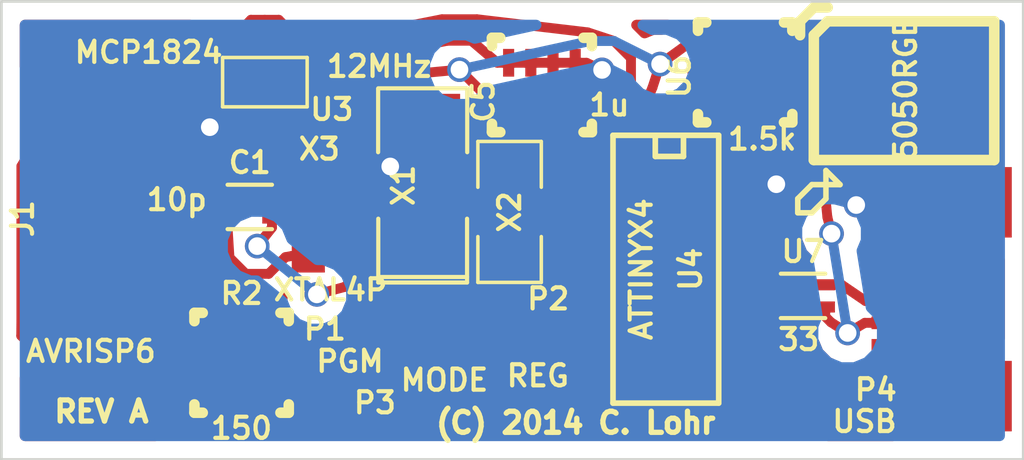
<source format=kicad_pcb>
(kicad_pcb (version 4) (host pcbnew 4.0.2+dfsg1-stable)

  (general
    (links 54)
    (no_connects 0)
    (area 105.1577 88.673459 142.290001 105.460001)
    (thickness 1.6)
    (drawings 15)
    (tracks 474)
    (zones 0)
    (modules 16)
    (nets 28)
  )

  (page A4)
  (layers
    (0 F.Cu signal)
    (31 B.Cu signal)
    (32 B.Adhes user)
    (33 F.Adhes user)
    (34 B.Paste user)
    (35 F.Paste user)
    (36 B.SilkS user)
    (37 F.SilkS user)
    (38 B.Mask user)
    (39 F.Mask user)
    (40 Dwgs.User user)
    (41 Cmts.User user)
    (42 Eco1.User user)
    (43 Eco2.User user)
    (44 Edge.Cuts user)
  )

  (setup
    (last_trace_width 0.3556)
    (trace_clearance 0.254)
    (zone_clearance 0.6112)
    (zone_45_only no)
    (trace_min 0.254)
    (segment_width 0.2)
    (edge_width 0.1)
    (via_size 0.889)
    (via_drill 0.635)
    (via_min_size 0.889)
    (via_min_drill 0.508)
    (uvia_size 0.508)
    (uvia_drill 0.127)
    (uvias_allowed no)
    (uvia_min_size 0.508)
    (uvia_min_drill 0.127)
    (pcb_text_width 0.3)
    (pcb_text_size 1.5 1.5)
    (mod_edge_width 0.15)
    (mod_text_size 0.762 0.762)
    (mod_text_width 0.15)
    (pad_size 0.7 0.4)
    (pad_drill 0)
    (pad_to_mask_clearance 0)
    (aux_axis_origin 0 0)
    (visible_elements FFFFFF7F)
    (pcbplotparams
      (layerselection 0x000f8_80000001)
      (usegerberextensions true)
      (excludeedgelayer false)
      (linewidth 0.150000)
      (plotframeref false)
      (viasonmask false)
      (mode 1)
      (useauxorigin false)
      (hpglpennumber 1)
      (hpglpenspeed 20)
      (hpglpendiameter 15)
      (hpglpenoverlay 2)
      (psnegative false)
      (psa4output false)
      (plotreference true)
      (plotvalue true)
      (plotinvisibletext false)
      (padsonsilk false)
      (subtractmaskfromsilk false)
      (outputformat 1)
      (mirror false)
      (drillshape 0)
      (scaleselection 1)
      (outputdirectory tinyisp-revA))
  )

  (net 0 "")
  (net 1 +3.3V)
  (net 2 +5V)
  (net 3 GND)
  (net 4 N-000001)
  (net 5 N-0000010)
  (net 6 N-0000011)
  (net 7 N-0000013)
  (net 8 N-0000014)
  (net 9 N-0000015)
  (net 10 N-0000016)
  (net 11 N-0000017)
  (net 12 N-0000018)
  (net 13 N-0000019)
  (net 14 N-000002)
  (net 15 N-0000020)
  (net 16 N-0000021)
  (net 17 N-0000023)
  (net 18 N-0000025)
  (net 19 N-0000026)
  (net 20 N-0000027)
  (net 21 N-000003)
  (net 22 N-000004)
  (net 23 N-000005)
  (net 24 N-000006)
  (net 25 N-000007)
  (net 26 N-000008)
  (net 27 N-000009)

  (net_class Default "This is the default net class."
    (clearance 0.254)
    (trace_width 0.3556)
    (via_dia 0.889)
    (via_drill 0.635)
    (uvia_dia 0.508)
    (uvia_drill 0.127)
    (add_net +3.3V)
    (add_net +5V)
    (add_net GND)
    (add_net N-000001)
    (add_net N-0000010)
    (add_net N-0000011)
    (add_net N-0000013)
    (add_net N-0000014)
    (add_net N-0000015)
    (add_net N-0000016)
    (add_net N-0000017)
    (add_net N-0000018)
    (add_net N-0000019)
    (add_net N-000002)
    (add_net N-0000020)
    (add_net N-0000021)
    (add_net N-0000023)
    (add_net N-0000025)
    (add_net N-0000026)
    (add_net N-0000027)
    (add_net N-000003)
    (add_net N-000004)
    (add_net N-000005)
    (add_net N-000006)
    (add_net N-000007)
    (add_net N-000008)
    (add_net N-000009)
  )

  (module RIBBON6SMT (layer F.Cu) (tedit 53BF2C80) (tstamp 53BF26B8)
    (at 107.1353 93.4542)
    (path /53BF1BD1)
    (fp_text reference J1 (at -0.9652 3.2766 90) (layer F.SilkS)
      (effects (font (size 0.762 0.762) (thickness 0.15)))
    )
    (fp_text value AVRISP6 (at 1.50114 8.05942) (layer F.SilkS)
      (effects (font (size 0.762 0.762) (thickness 0.15)))
    )
    (pad 2 smd rect (at 0 0) (size 0.9652 3.0226) (layers F.Cu F.Paste F.Mask)
      (net 2 +5V))
    (pad 4 smd rect (at 2.54 0) (size 0.9652 3.0226) (layers F.Cu F.Paste F.Mask)
      (net 22 N-000004))
    (pad 6 smd rect (at 5.08 0) (size 0.9652 3.0226) (layers F.Cu F.Paste F.Mask)
      (net 3 GND))
    (pad 1 smd rect (at 0 5.5372) (size 0.9652 3.0226) (layers F.Cu F.Paste F.Mask)
      (net 11 N-0000017))
    (pad 3 smd rect (at 2.54 5.5372) (size 0.9652 3.0226) (layers F.Cu F.Paste F.Mask)
      (net 12 N-0000018))
    (pad 5 smd rect (at 5.08 5.5372) (size 0.9652 3.0226) (layers F.Cu F.Paste F.Mask)
      (net 14 N-000002))
  )

  (module .1SMTPIN (layer F.Cu) (tedit 53BF30E9) (tstamp 53BF26BD)
    (at 118.948 100.199)
    (path /53BF1F9E)
    (fp_text reference P1 (at -1.8794 0.512) (layer F.SilkS)
      (effects (font (size 0.762 0.762) (thickness 0.15)))
    )
    (fp_text value PGM (at -0.97458 1.67342) (layer F.SilkS)
      (effects (font (size 0.762 0.762) (thickness 0.15)))
    )
    (pad 1 smd circle (at 0 0) (size 2.032 2.032) (layers F.Cu F.Paste F.Mask)
      (net 23 N-000005))
  )

  (module .1SMTPIN (layer F.Cu) (tedit 53BF2C76) (tstamp 53BF26C2)
    (at 123.6323 100.8495)
    (path /53BF1FAD)
    (fp_text reference P2 (at 1.4862 -1.22888) (layer F.SilkS)
      (effects (font (size 0.762 0.762) (thickness 0.15)))
    )
    (fp_text value REG (at 1.11282 1.5448) (layer F.SilkS)
      (effects (font (size 0.762 0.762) (thickness 0.15)))
    )
    (pad 1 smd circle (at 0 0) (size 2.032 2.032) (layers F.Cu F.Paste F.Mask)
      (net 25 N-000007))
  )

  (module .1SMTPIN (layer F.Cu) (tedit 53BF30D8) (tstamp 53BF26C7)
    (at 121.284 100.8154)
    (path /53BF1F8F)
    (fp_text reference P3 (at -2.412 2.5499) (layer F.SilkS)
      (effects (font (size 0.762 0.762) (thickness 0.15)))
    )
    (fp_text value MODE (at 0.0934 1.73416) (layer F.SilkS)
      (effects (font (size 0.762 0.762) (thickness 0.15)))
    )
    (pad 1 smd circle (at 0 0) (size 2.032 2.032) (layers F.Cu F.Paste F.Mask)
      (net 4 N-000001))
  )

  (module USB-MiniB (layer F.Cu) (tedit 53BF2C32) (tstamp 53BF26D2)
    (at 138.2957 97.4115 90)
    (descr USB-MiniB)
    (tags USB-MiniB)
    (path /53BF1872)
    (fp_text reference P4 (at -5.4864 -1.3716 180) (layer F.SilkS)
      (effects (font (size 0.762 0.762) (thickness 0.15)))
    )
    (fp_text value USB (at -6.6294 -1.778 180) (layer F.SilkS)
      (effects (font (size 0.762 0.762) (thickness 0.15)))
    )
    (pad 6 smd rect (at -5.715 1.778 90) (size 2.54 3.5052) (layers F.Cu F.Paste F.Mask)
      (net 3 GND))
    (pad 7 smd rect (at 1.27 1.778 90) (size 2.54 3.5052) (layers F.Cu F.Paste F.Mask)
      (net 3 GND))
    (pad 1 smd rect (at -3.8862 -0.635 90) (size 0.4572 1.778) (layers F.Cu F.Paste F.Mask)
      (net 2 +5V))
    (pad 2 smd rect (at -3.0734 -0.635 90) (size 0.4572 1.778) (layers F.Cu F.Paste F.Mask)
      (net 8 N-0000014))
    (pad 3 smd rect (at -2.286 -0.635 90) (size 0.4572 1.778) (layers F.Cu F.Paste F.Mask)
      (net 10 N-0000016))
    (pad 4 smd rect (at -1.524 -0.635 90) (size 0.4572 1.778) (layers F.Cu F.Paste F.Mask)
      (net 19 N-0000026))
    (pad 5 smd rect (at -0.2794 -0.635 90) (size 1.4224 1.778) (layers F.Cu F.Paste F.Mask)
      (net 3 GND))
  )

  (module NETWORK0606 (layer F.Cu) (tedit 53BF2E88) (tstamp 53BF26DC)
    (at 114.3623 96.3086)
    (path /53BF2DD6)
    (fp_text reference C1 (at 0 -1.6) (layer F.SilkS)
      (effects (font (size 0.762 0.762) (thickness 0.15)))
    )
    (fp_text value 10p (at -2.6296 -0.2636) (layer F.SilkS)
      (effects (font (size 0.762 0.762) (thickness 0.15)))
    )
    (fp_line (start 0.8 -0.8) (end -0.8 -0.8) (layer F.SilkS) (width 0.15))
    (fp_line (start -0.8 0.8) (end 0.8 0.8) (layer F.SilkS) (width 0.15))
    (pad 1 smd rect (at -0.8 -0.4) (size 0.7 0.4) (layers F.Cu F.Paste F.Mask)
      (net 3 GND))
    (pad 2 smd rect (at 0.8 -0.4) (size 0.7 0.4) (layers F.Cu F.Paste F.Mask)
      (net 6 N-0000011))
    (pad 3 smd rect (at -0.8 0.4) (size 0.7 0.4) (layers F.Cu F.Paste F.Mask)
      (net 3 GND))
    (pad 4 smd rect (at 0.8 0.4) (size 0.7 0.4) (layers F.Cu F.Paste F.Mask)
      (net 7 N-0000013))
  )

  (module NETWORK1206 (layer F.Cu) (tedit 53BF2C51) (tstamp 53BF26F0)
    (at 114.0673 101.9252 90)
    (path /53BF297A)
    (fp_text reference R2 (at 2.5 0 180) (layer F.SilkS)
      (effects (font (size 0.762 0.762) (thickness 0.15)))
    )
    (fp_text value 150 (at -2.3612 -0.0042 180) (layer F.SilkS)
      (effects (font (size 0.762 0.762) (thickness 0.15)))
    )
    (fp_line (start 1.8 1.4) (end 1.8 1.7) (layer F.SilkS) (width 0.381))
    (fp_line (start 1.8 1.7) (end 1.5 1.7) (layer F.SilkS) (width 0.381))
    (fp_line (start -1.8 -1.4) (end -1.8 -1.7) (layer F.SilkS) (width 0.381))
    (fp_line (start -1.8 -1.7) (end -1.5 -1.7) (layer F.SilkS) (width 0.381))
    (fp_line (start 1.5 -1.7) (end 1.8 -1.7) (layer F.SilkS) (width 0.381))
    (fp_line (start 1.8 -1.7) (end 1.8 -1.4) (layer F.SilkS) (width 0.381))
    (fp_line (start -1.8 1.4) (end -1.8 1.7) (layer F.SilkS) (width 0.381))
    (fp_line (start -1.8 1.7) (end -1.5 1.7) (layer F.SilkS) (width 0.381))
    (pad 1 smd rect (at -1.2 0.8 90) (size 0.4 1) (layers F.Cu F.Paste F.Mask)
      (net 13 N-0000019))
    (pad 2 smd rect (at -0.4 0.8 90) (size 0.4 1) (layers F.Cu F.Paste F.Mask)
      (net 17 N-0000023))
    (pad 3 smd rect (at 0.4 0.8 90) (size 0.4 1) (layers F.Cu F.Paste F.Mask)
      (net 21 N-000003))
    (pad 4 smd rect (at 1.2 0.8 90) (size 0.4 1) (layers F.Cu F.Paste F.Mask)
      (net 4 N-000001))
    (pad 5 smd rect (at 1.2 -0.8 90) (size 0.4 1) (layers F.Cu F.Paste F.Mask)
      (net 14 N-000002))
    (pad 6 smd rect (at 0.4 -0.8 90) (size 0.4 1) (layers F.Cu F.Paste F.Mask)
      (net 22 N-000004))
    (pad 7 smd rect (at -0.4 -0.8 90) (size 0.4 1) (layers F.Cu F.Paste F.Mask)
      (net 12 N-0000018))
    (pad 8 smd rect (at -1.2 -0.8 90) (size 0.4 1) (layers F.Cu F.Paste F.Mask)
      (net 11 N-0000017))
  )

  (module SOT23-5 (layer F.Cu) (tedit 53BF2E79) (tstamp 53BF26FD)
    (at 114.9063 91.8113 180)
    (path /53BF1DA6)
    (attr smd)
    (fp_text reference U3 (at -2.4145 -0.9825 360) (layer F.SilkS)
      (effects (font (size 0.762 0.762) (thickness 0.15)))
    )
    (fp_text value MCP1824 (at 4.1895 1.0749 360) (layer F.SilkS)
      (effects (font (size 0.762 0.762) (thickness 0.15)))
    )
    (fp_line (start 1.524 -0.889) (end 1.524 0.889) (layer F.SilkS) (width 0.127))
    (fp_line (start 1.524 0.889) (end -1.524 0.889) (layer F.SilkS) (width 0.127))
    (fp_line (start -1.524 0.889) (end -1.524 -0.889) (layer F.SilkS) (width 0.127))
    (fp_line (start -1.524 -0.889) (end 1.524 -0.889) (layer F.SilkS) (width 0.127))
    (pad 1 smd rect (at -0.9525 1.27 180) (size 0.508 0.762) (layers F.Cu F.Paste F.Mask)
      (net 2 +5V))
    (pad 3 smd rect (at 0.9525 1.27 180) (size 0.508 0.762) (layers F.Cu F.Paste F.Mask)
      (net 2 +5V))
    (pad 5 smd rect (at -0.9525 -1.27 180) (size 0.508 0.762) (layers F.Cu F.Paste F.Mask)
      (net 1 +3.3V))
    (pad 2 smd rect (at 0 1.27 180) (size 0.508 0.762) (layers F.Cu F.Paste F.Mask)
      (net 3 GND))
    (pad 4 smd rect (at 0.9525 -1.27 180) (size 0.508 0.762) (layers F.Cu F.Paste F.Mask)
      (net 16 N-0000021))
    (model smd/SOT23_5.wrl
      (at (xyz 0 0 0))
      (scale (xyz 0.1 0.1 0.1))
      (rotate (xyz 0 0 0))
    )
  )

  (module NETWORK1206 (layer F.Cu) (tedit 53BF30CE) (tstamp 53BF2711)
    (at 124.8913 91.9124)
    (path /53BF2371)
    (fp_text reference C5 (at -2.1204 0.59694 90) (layer F.SilkS)
      (effects (font (size 0.762 0.762) (thickness 0.15)))
    )
    (fp_text value 1u (at 2.43128 0.7214) (layer F.SilkS)
      (effects (font (size 0.762 0.762) (thickness 0.15)))
    )
    (fp_line (start 1.8 1.4) (end 1.8 1.7) (layer F.SilkS) (width 0.381))
    (fp_line (start 1.8 1.7) (end 1.5 1.7) (layer F.SilkS) (width 0.381))
    (fp_line (start -1.8 -1.4) (end -1.8 -1.7) (layer F.SilkS) (width 0.381))
    (fp_line (start -1.8 -1.7) (end -1.5 -1.7) (layer F.SilkS) (width 0.381))
    (fp_line (start 1.5 -1.7) (end 1.8 -1.7) (layer F.SilkS) (width 0.381))
    (fp_line (start 1.8 -1.7) (end 1.8 -1.4) (layer F.SilkS) (width 0.381))
    (fp_line (start -1.8 1.4) (end -1.8 1.7) (layer F.SilkS) (width 0.381))
    (fp_line (start -1.8 1.7) (end -1.5 1.7) (layer F.SilkS) (width 0.381))
    (pad 1 smd rect (at -1.2 0.8) (size 0.4 1) (layers F.Cu F.Paste F.Mask)
      (net 1 +3.3V))
    (pad 2 smd rect (at -0.4 0.8) (size 0.4 1) (layers F.Cu F.Paste F.Mask)
      (net 1 +3.3V))
    (pad 3 smd rect (at 0.4 0.8) (size 0.4 1) (layers F.Cu F.Paste F.Mask)
      (net 2 +5V))
    (pad 4 smd rect (at 1.2 0.8) (size 0.4 1) (layers F.Cu F.Paste F.Mask)
      (net 2 +5V))
    (pad 5 smd rect (at 1.2 -0.8) (size 0.4 1) (layers F.Cu F.Paste F.Mask)
      (net 3 GND))
    (pad 6 smd rect (at 0.4 -0.8) (size 0.4 1) (layers F.Cu F.Paste F.Mask)
      (net 3 GND))
    (pad 7 smd rect (at -0.4 -0.8) (size 0.4 1) (layers F.Cu F.Paste F.Mask)
      (net 3 GND))
    (pad 8 smd rect (at -1.2 -0.8) (size 0.4 1) (layers F.Cu F.Paste F.Mask)
      (net 3 GND))
  )

  (module NETWORK1206 (layer F.Cu) (tedit 53BF2C25) (tstamp 53BF2725)
    (at 132.2161 91.4597 270)
    (path /53BF1DBF)
    (fp_text reference U6 (at 0.14684 2.3749 450) (layer F.SilkS)
      (effects (font (size 0.762 0.762) (thickness 0.15)))
    )
    (fp_text value 1.5k (at 2.4049 -0.61214 360) (layer F.SilkS)
      (effects (font (size 0.762 0.762) (thickness 0.15)))
    )
    (fp_line (start 1.8 1.4) (end 1.8 1.7) (layer F.SilkS) (width 0.381))
    (fp_line (start 1.8 1.7) (end 1.5 1.7) (layer F.SilkS) (width 0.381))
    (fp_line (start -1.8 -1.4) (end -1.8 -1.7) (layer F.SilkS) (width 0.381))
    (fp_line (start -1.8 -1.7) (end -1.5 -1.7) (layer F.SilkS) (width 0.381))
    (fp_line (start 1.5 -1.7) (end 1.8 -1.7) (layer F.SilkS) (width 0.381))
    (fp_line (start 1.8 -1.7) (end 1.8 -1.4) (layer F.SilkS) (width 0.381))
    (fp_line (start -1.8 1.4) (end -1.8 1.7) (layer F.SilkS) (width 0.381))
    (fp_line (start -1.8 1.7) (end -1.5 1.7) (layer F.SilkS) (width 0.381))
    (pad 1 smd rect (at -1.2 0.8 270) (size 0.4 1) (layers F.Cu F.Paste F.Mask)
      (net 1 +3.3V))
    (pad 2 smd rect (at -0.4 0.8 270) (size 0.4 1) (layers F.Cu F.Paste F.Mask)
      (net 27 N-000009))
    (pad 3 smd rect (at 0.4 0.8 270) (size 0.4 1) (layers F.Cu F.Paste F.Mask)
      (net 9 N-0000015))
    (pad 4 smd rect (at 1.2 0.8 270) (size 0.4 1) (layers F.Cu F.Paste F.Mask)
      (net 9 N-0000015))
    (pad 5 smd rect (at 1.2 -0.8 270) (size 0.4 1) (layers F.Cu F.Paste F.Mask)
      (net 8 N-0000014))
    (pad 6 smd rect (at 0.4 -0.8 270) (size 0.4 1) (layers F.Cu F.Paste F.Mask)
      (net 24 N-000006))
    (pad 7 smd rect (at -0.4 -0.8 270) (size 0.4 1) (layers F.Cu F.Paste F.Mask)
      (net 26 N-000008))
    (pad 8 smd rect (at -1.2 -0.8 270) (size 0.4 1) (layers F.Cu F.Paste F.Mask)
      (net 5 N-0000010))
  )

  (module NETWORK0606 (layer F.Cu) (tedit 53BF2E81) (tstamp 53BF272F)
    (at 134.3024 99.5144)
    (path /53BF31BB)
    (fp_text reference U7 (at 0 -1.6) (layer F.SilkS)
      (effects (font (size 0.762 0.762) (thickness 0.15)))
    )
    (fp_text value 33 (at -0.1552 1.5737) (layer F.SilkS)
      (effects (font (size 0.762 0.762) (thickness 0.15)))
    )
    (fp_line (start 0.8 -0.8) (end -0.8 -0.8) (layer F.SilkS) (width 0.15))
    (fp_line (start -0.8 0.8) (end 0.8 0.8) (layer F.SilkS) (width 0.15))
    (pad 1 smd rect (at -0.8 -0.4) (size 0.7 0.4) (layers F.Cu F.Paste F.Mask)
      (net 18 N-0000025))
    (pad 2 smd rect (at 0.8 -0.4) (size 0.7 0.4) (layers F.Cu F.Paste F.Mask)
      (net 10 N-0000016))
    (pad 3 smd rect (at -0.8 0.4) (size 0.7 0.4) (layers F.Cu F.Paste F.Mask)
      (net 20 N-0000027))
    (pad 4 smd rect (at 0.8 0.4) (size 0.7 0.4) (layers F.Cu F.Paste F.Mask)
      (net 8 N-0000014))
  )

  (module SM2010 (layer F.Cu) (tedit 53BF2DD4) (tstamp 53BF273C)
    (at 120.5935 95.5324 90)
    (tags "CMS SM")
    (path /53BF281B)
    (attr smd)
    (fp_text reference X1 (at 0 -0.7 90) (layer F.SilkS)
      (effects (font (size 0.762 0.762) (thickness 0.15)))
    )
    (fp_text value 12MHz (at 4.2902 -1.5698 180) (layer F.SilkS)
      (effects (font (size 0.762 0.762) (thickness 0.15)))
    )
    (fp_line (start -3.3 -1.6) (end -3.3 1.6) (layer F.SilkS) (width 0.15))
    (fp_line (start 3.50012 -1.6002) (end 3.50012 1.6002) (layer F.SilkS) (width 0.15))
    (fp_line (start -3.5 -1.6) (end -3.5 1.6) (layer F.SilkS) (width 0.15))
    (fp_line (start 1.19634 1.60528) (end 3.48234 1.60528) (layer F.SilkS) (width 0.15))
    (fp_line (start 3.48234 -1.60528) (end 1.19634 -1.60528) (layer F.SilkS) (width 0.15))
    (fp_line (start -1.2 -1.6) (end -3.5 -1.6) (layer F.SilkS) (width 0.15))
    (fp_line (start -3.5 1.6) (end -1.2 1.6) (layer F.SilkS) (width 0.15))
    (pad 1 smd rect (at -2.4003 0 90) (size 1.80086 2.70002) (layers F.Cu F.Paste F.Mask)
      (net 7 N-0000013))
    (pad 2 smd rect (at 2.4003 0 90) (size 1.80086 2.70002) (layers F.Cu F.Paste F.Mask)
      (net 6 N-0000011))
    (model smd\chip_smd_pol_wide.wrl
      (at (xyz 0 0 0))
      (scale (xyz 0.35 0.35 0.35))
      (rotate (xyz 0 0 0))
    )
  )

  (module SO14E (layer F.Cu) (tedit 42806FBF) (tstamp 53BF57C0)
    (at 129.4853 98.5529 270)
    (descr "module CMS SOJ 14 pins etroit")
    (tags "CMS SOJ")
    (path /53BF1863)
    (attr smd)
    (fp_text reference U4 (at 0 -0.762 270) (layer F.SilkS)
      (effects (font (size 0.762 0.762) (thickness 0.15)))
    )
    (fp_text value ATTINYX4 (at 0 1.016 270) (layer F.SilkS)
      (effects (font (size 0.762 0.762) (thickness 0.15)))
    )
    (fp_line (start -4.826 -1.778) (end 4.826 -1.778) (layer F.SilkS) (width 0.2032))
    (fp_line (start 4.826 -1.778) (end 4.826 2.032) (layer F.SilkS) (width 0.2032))
    (fp_line (start 4.826 2.032) (end -4.826 2.032) (layer F.SilkS) (width 0.2032))
    (fp_line (start -4.826 2.032) (end -4.826 -1.778) (layer F.SilkS) (width 0.2032))
    (fp_line (start -4.826 -0.508) (end -4.064 -0.508) (layer F.SilkS) (width 0.2032))
    (fp_line (start -4.064 -0.508) (end -4.064 0.508) (layer F.SilkS) (width 0.2032))
    (fp_line (start -4.064 0.508) (end -4.826 0.508) (layer F.SilkS) (width 0.2032))
    (pad 1 smd rect (at -3.81 2.794 270) (size 0.508 1.143) (layers F.Cu F.Paste F.Mask)
      (net 1 +3.3V))
    (pad 2 smd rect (at -2.54 2.794 270) (size 0.508 1.143) (layers F.Cu F.Paste F.Mask)
      (net 6 N-0000011))
    (pad 3 smd rect (at -1.27 2.794 270) (size 0.508 1.143) (layers F.Cu F.Paste F.Mask)
      (net 7 N-0000013))
    (pad 4 smd rect (at 0 2.794 270) (size 0.508 1.143) (layers F.Cu F.Paste F.Mask)
      (net 23 N-000005))
    (pad 5 smd rect (at 1.27 2.794 270) (size 0.508 1.143) (layers F.Cu F.Paste F.Mask)
      (net 18 N-0000025))
    (pad 6 smd rect (at 2.54 2.794 270) (size 0.508 1.143) (layers F.Cu F.Paste F.Mask)
      (net 25 N-000007))
    (pad 7 smd rect (at 3.81 2.794 270) (size 0.508 1.143) (layers F.Cu F.Paste F.Mask)
      (net 21 N-000003))
    (pad 8 smd rect (at 3.81 -2.54 270) (size 0.508 1.143) (layers F.Cu F.Paste F.Mask)
      (net 13 N-0000019))
    (pad 9 smd rect (at 2.54 -2.54 270) (size 0.508 1.143) (layers F.Cu F.Paste F.Mask)
      (net 17 N-0000023))
    (pad 10 smd rect (at 1.27 -2.54 270) (size 0.508 1.143) (layers F.Cu F.Paste F.Mask)
      (net 20 N-0000027))
    (pad 11 smd rect (at 0 -2.54 270) (size 0.508 1.143) (layers F.Cu F.Paste F.Mask)
      (net 18 N-0000025))
    (pad 12 smd rect (at -1.27 -2.54 270) (size 0.508 1.143) (layers F.Cu F.Paste F.Mask)
      (net 9 N-0000015))
    (pad 13 smd rect (at -2.54 -2.54 270) (size 0.508 1.143) (layers F.Cu F.Paste F.Mask)
      (net 27 N-000009))
    (pad 14 smd rect (at -3.81 -2.54 270) (size 0.508 1.143) (layers F.Cu F.Paste F.Mask)
      (net 3 GND))
    (model smd/cms_so14.wrl
      (at (xyz 0 0 0))
      (scale (xyz 0.5 0.3 0.5))
      (rotate (xyz 0 0 0))
    )
  )

  (module 5050RGB (layer F.Cu) (tedit 53BF2C2A) (tstamp 53BF5880)
    (at 137.942 92.1177)
    (path /53BF2142)
    (fp_text reference D1 (at 0 3.50012) (layer F.SilkS) hide
      (effects (font (size 0.762 0.762) (thickness 0.15)))
    )
    (fp_text value 5050RGB (at 0.0562 -0.1062 90) (layer F.SilkS)
      (effects (font (size 0.762 0.762) (thickness 0.15)))
    )
    (fp_line (start -3.74904 -1.99898) (end -3.74904 -2.49936) (layer F.SilkS) (width 0.381))
    (fp_line (start -3.74904 -2.49936) (end -3.2512 -2.99974) (layer F.SilkS) (width 0.381))
    (fp_line (start -3.2512 -2.99974) (end -2.75082 -2.99974) (layer F.SilkS) (width 0.381))
    (fp_line (start -3.2512 -1.99898) (end -2.75082 -2.49936) (layer F.SilkS) (width 0.381))
    (fp_line (start -2.75082 -2.49936) (end 3.2512 -2.49936) (layer F.SilkS) (width 0.381))
    (fp_line (start 3.2512 -2.49936) (end 3.2512 2.49936) (layer F.SilkS) (width 0.381))
    (fp_line (start 3.2512 2.49936) (end -3.2512 2.49936) (layer F.SilkS) (width 0.381))
    (fp_line (start -3.2512 2.49936) (end -3.2512 -1.99898) (layer F.SilkS) (width 0.381))
    (pad 1 smd rect (at -2.19964 -1.6002) (size 1.09982 0.89916) (layers F.Cu F.Paste F.Mask)
      (net 5 N-0000010))
    (pad 2 smd rect (at -2.19964 0) (size 1.09982 0.89916) (layers F.Cu F.Paste F.Mask)
      (net 26 N-000008))
    (pad 3 smd rect (at -2.19964 1.6002) (size 1.09982 0.89916) (layers F.Cu F.Paste F.Mask)
      (net 24 N-000006))
    (pad 4 smd rect (at 2.19964 1.6002) (size 1.09982 0.89916) (layers F.Cu F.Paste F.Mask)
      (net 3 GND))
    (pad 5 smd rect (at 2.19964 0) (size 1.09982 0.89916) (layers F.Cu F.Paste F.Mask)
      (net 3 GND))
    (pad 6 smd rect (at 2.19964 -1.6002) (size 1.09982 0.89916) (layers F.Cu F.Paste F.Mask)
      (net 3 GND))
  )

  (module SM1206 (layer F.Cu) (tedit 42806E24) (tstamp 53BF88CA)
    (at 123.7263 96.4881 90)
    (path /53BF3E26)
    (attr smd)
    (fp_text reference X2 (at 0 0 90) (layer F.SilkS)
      (effects (font (size 0.762 0.762) (thickness 0.15)))
    )
    (fp_text value 12MHz (at 0 0 90) (layer F.SilkS) hide
      (effects (font (size 0.762 0.762) (thickness 0.15)))
    )
    (fp_line (start -2.54 -1.143) (end -2.54 1.143) (layer F.SilkS) (width 0.127))
    (fp_line (start -2.54 1.143) (end -0.889 1.143) (layer F.SilkS) (width 0.127))
    (fp_line (start 0.889 -1.143) (end 2.54 -1.143) (layer F.SilkS) (width 0.127))
    (fp_line (start 2.54 -1.143) (end 2.54 1.143) (layer F.SilkS) (width 0.127))
    (fp_line (start 2.54 1.143) (end 0.889 1.143) (layer F.SilkS) (width 0.127))
    (fp_line (start -0.889 -1.143) (end -2.54 -1.143) (layer F.SilkS) (width 0.127))
    (pad 1 smd rect (at -1.651 0 90) (size 1.524 2.032) (layers F.Cu F.Paste F.Mask)
      (net 7 N-0000013))
    (pad 2 smd rect (at 1.651 0 90) (size 1.524 2.032) (layers F.Cu F.Paste F.Mask)
      (net 15 N-0000020))
    (model smd/chip_cms.wrl
      (at (xyz 0 0 0))
      (scale (xyz 0.17 0.16 0.16))
      (rotate (xyz 0 0 0))
    )
  )

  (module XTAL4P (layer F.Cu) (tedit 53BF2C5C) (tstamp 53BF88D2)
    (at 116.4723 97.974 90)
    (path /53BF3EB6)
    (fp_text reference X3 (at 3.75018 0.39628 180) (layer F.SilkS)
      (effects (font (size 0.762 0.762) (thickness 0.15)))
    )
    (fp_text value XTAL4P (at -1.3222 0.7976 180) (layer F.SilkS)
      (effects (font (size 0.762 0.762) (thickness 0.15)))
    )
    (pad 4 smd rect (at 0 0 90) (size 1.397 1.1938) (layers F.Cu F.Paste F.Mask)
      (net 3 GND))
    (pad 1 smd rect (at 0 1.7018 90) (size 1.397 1.1938) (layers F.Cu F.Paste F.Mask)
      (net 7 N-0000013))
    (pad 3 smd rect (at 2.286 1.7018 90) (size 1.397 1.1938) (layers F.Cu F.Paste F.Mask)
      (net 3 GND))
    (pad 2 smd rect (at 2.286 0 90) (size 1.397 1.1938) (layers F.Cu F.Paste F.Mask)
      (net 6 N-0000011))
  )

  (gr_line (start 105.41 105.41) (end 105.41 88.9) (angle 90) (layer Edge.Cuts) (width 0.1))
  (gr_line (start 142.24 105.41) (end 105.41 105.41) (angle 90) (layer Edge.Cuts) (width 0.1))
  (gr_line (start 142.24 88.9) (end 142.24 105.41) (angle 90) (layer Edge.Cuts) (width 0.1))
  (gr_line (start 105.41 88.9) (end 142.24 88.9) (angle 90) (layer Edge.Cuts) (width 0.1))
  (gr_line (start 134.62 96.52) (end 134.112 96.52) (angle 90) (layer F.SilkS) (width 0.2))
  (gr_line (start 135.128 96.012) (end 134.62 96.52) (angle 90) (layer F.SilkS) (width 0.2))
  (gr_line (start 135.128 95.504) (end 135.128 96.012) (angle 90) (layer F.SilkS) (width 0.2))
  (gr_line (start 135.636 95.504) (end 135.128 95.504) (angle 90) (layer F.SilkS) (width 0.2))
  (gr_line (start 135.128 94.996) (end 135.636 95.504) (angle 90) (layer F.SilkS) (width 0.2))
  (gr_line (start 135.128 95.504) (end 135.128 94.996) (angle 90) (layer F.SilkS) (width 0.2))
  (gr_line (start 134.62 95.504) (end 135.128 95.504) (angle 90) (layer F.SilkS) (width 0.2))
  (gr_line (start 134.112 96.012) (end 134.62 95.504) (angle 90) (layer F.SilkS) (width 0.2))
  (gr_line (start 134.112 96.52) (end 134.112 96.012) (angle 90) (layer F.SilkS) (width 0.2))
  (gr_text "(C) 2014 C. Lohr" (at 126.111 104.0892) (layer F.SilkS)
    (effects (font (size 0.762 0.762) (thickness 0.1905)))
  )
  (gr_text "REV A" (at 109.0168 103.6828) (layer F.SilkS)
    (effects (font (size 0.762 0.762) (thickness 0.1905)))
  )

  (via (at 129.15 91.16) (size 0.889) (layers F.Cu B.Cu) (net 1))
  (via (at 121.92 91.36) (size 0.889) (layers F.Cu B.Cu) (net 1))
  (segment (start 127.4914 90.3285) (end 129.15 91.16) (width 0.3556) (layer B.Cu) (net 1))
  (segment (start 126.6286 90.3285) (end 127.4914 90.3285) (width 0.3556) (layer B.Cu) (net 1))
  (segment (start 121.92 91.36) (end 126.6286 90.3285) (width 0.3556) (layer B.Cu) (net 1))
  (segment (start 123.2842 92.7124) (end 121.92 91.36) (width 0.3556) (layer F.Cu) (net 1))
  (segment (start 123.4913 92.7124) (end 123.2842 92.7124) (width 0.3556) (layer F.Cu) (net 1))
  (segment (start 123.6691 92.7124) (end 123.4913 92.7124) (width 0.3556) (layer F.Cu) (net 1))
  (segment (start 123.6913 92.7124) (end 123.6691 92.7124) (width 0.3556) (layer F.Cu) (net 1))
  (segment (start 123.7135 92.7124) (end 123.6913 92.7124) (width 0.3556) (layer F.Cu) (net 1))
  (segment (start 123.8913 92.7124) (end 123.7135 92.7124) (width 0.3556) (layer F.Cu) (net 1))
  (segment (start 124.2913 92.7124) (end 123.8913 92.7124) (width 0.3556) (layer F.Cu) (net 1))
  (segment (start 124.4691 92.7124) (end 124.2913 92.7124) (width 0.3556) (layer F.Cu) (net 1))
  (segment (start 124.4913 92.7124) (end 124.4691 92.7124) (width 0.3556) (layer F.Cu) (net 1))
  (segment (start 130.3309 90.3049) (end 129.15 91.16) (width 0.3556) (layer F.Cu) (net 1))
  (segment (start 130.372 90.2879) (end 130.3309 90.3049) (width 0.3556) (layer F.Cu) (net 1))
  (segment (start 130.5019 90.2597) (end 130.372 90.2879) (width 0.3556) (layer F.Cu) (net 1))
  (segment (start 130.9161 90.2597) (end 130.5019 90.2597) (width 0.3556) (layer F.Cu) (net 1))
  (segment (start 131.0939 90.2597) (end 130.9161 90.2597) (width 0.3556) (layer F.Cu) (net 1))
  (segment (start 131.4161 90.2597) (end 131.0939 90.2597) (width 0.3556) (layer F.Cu) (net 1))
  (segment (start 118.9962 91.6347) (end 121.92 91.36) (width 0.3556) (layer F.Cu) (net 1))
  (segment (start 116.2706 93.0813) (end 118.9962 91.6347) (width 0.3556) (layer F.Cu) (net 1))
  (segment (start 116.1128 93.0813) (end 116.2706 93.0813) (width 0.3556) (layer F.Cu) (net 1))
  (segment (start 115.935 93.0813) (end 116.1128 93.0813) (width 0.3556) (layer F.Cu) (net 1))
  (segment (start 115.8588 93.0813) (end 115.935 93.0813) (width 0.3556) (layer F.Cu) (net 1))
  (segment (start 126.6913 94.6667) (end 126.6913 94.7429) (width 0.3556) (layer F.Cu) (net 1))
  (segment (start 126.6913 94.4889) (end 126.6913 94.6667) (width 0.3556) (layer F.Cu) (net 1))
  (segment (start 126.6913 94.2522) (end 126.6913 94.4889) (width 0.3556) (layer F.Cu) (net 1))
  (segment (start 127.0261 93.9174) (end 126.6913 94.2522) (width 0.3556) (layer F.Cu) (net 1))
  (segment (start 127.897 93.1016) (end 127.0261 93.9174) (width 0.3556) (layer F.Cu) (net 1))
  (segment (start 128.7916 92.207) (end 127.897 93.1016) (width 0.3556) (layer F.Cu) (net 1))
  (segment (start 128.8763 92.0026) (end 128.7916 92.207) (width 0.3556) (layer F.Cu) (net 1))
  (segment (start 129.15 91.16) (end 128.8763 92.0026) (width 0.3556) (layer F.Cu) (net 1))
  (segment (start 111.9794 103.9222) (end 116.725 104.375) (width 0.3556) (layer F.Cu) (net 2) (tstamp 5BD249C2))
  (segment (start 116.725 104.375) (end 127.7 104.4) (width 0.3556) (layer F.Cu) (net 2) (tstamp 5BD249C3))
  (segment (start 127.7 104.4) (end 134.7 103.725) (width 0.3556) (layer F.Cu) (net 2) (tstamp 5BD249C6))
  (segment (start 134.7 103.725) (end 137.3687 101.5263) (width 0.3556) (layer F.Cu) (net 2) (tstamp 5BD249C8))
  (segment (start 137.3687 101.5263) (end 137.6607 101.2977) (width 0.3556) (layer F.Cu) (net 2) (tstamp 5BD249CB))
  (segment (start 106.8305 94.3685) (end 107.1353 93.4542) (width 0.3556) (layer F.Cu) (net 2))
  (segment (start 106.6527 94.3685) (end 106.8305 94.3685) (width 0.3556) (layer F.Cu) (net 2))
  (segment (start 106.4054 94.3685) (end 106.6527 94.3685) (width 0.3556) (layer F.Cu) (net 2))
  (segment (start 106.1307 94.8432) (end 106.4054 94.3685) (width 0.3556) (layer F.Cu) (net 2))
  (segment (start 106.1307 100.3804) (end 106.1307 94.8432) (width 0.3556) (layer F.Cu) (net 2))
  (segment (start 106.125 100.95) (end 106.1307 100.3804) (width 0.3556) (layer F.Cu) (net 2))
  (segment (start 106.2631 101.0879) (end 106.125 100.95) (width 0.3556) (layer F.Cu) (net 2))
  (segment (start 107.0327 101.8575) (end 106.2631 101.0879) (width 0.3556) (layer F.Cu) (net 2))
  (segment (start 111.488 103.7187) (end 107.0327 101.8575) (width 0.3556) (layer F.Cu) (net 2))
  (segment (start 111.9794 103.9222) (end 111.488 103.7187) (width 0.3556) (layer F.Cu) (net 2))
  (segment (start 137.3687 101.3485) (end 137.3687 101.5263) (width 0.3556) (layer F.Cu) (net 2))
  (segment (start 137.6607 101.2977) (end 137.3687 101.3485) (width 0.3556) (layer F.Cu) (net 2))
  (segment (start 125.3135 92.7124) (end 125.2913 92.7124) (width 0.3556) (layer F.Cu) (net 2))
  (segment (start 125.4913 92.7124) (end 125.3135 92.7124) (width 0.3556) (layer F.Cu) (net 2))
  (segment (start 125.8913 92.7124) (end 125.4913 92.7124) (width 0.3556) (layer F.Cu) (net 2))
  (segment (start 126.0691 92.7124) (end 125.8913 92.7124) (width 0.3556) (layer F.Cu) (net 2))
  (segment (start 126.0913 92.7124) (end 126.0691 92.7124) (width 0.3556) (layer F.Cu) (net 2))
  (segment (start 113.9538 90.3381) (end 113.9538 90.5413) (width 0.3556) (layer F.Cu) (net 2))
  (segment (start 113.9538 90.1603) (end 113.9538 90.3381) (width 0.3556) (layer F.Cu) (net 2))
  (segment (start 113.9538 90.0551) (end 113.9538 90.1603) (width 0.3556) (layer F.Cu) (net 2))
  (segment (start 114.0553 89.913) (end 113.9538 90.0551) (width 0.3556) (layer F.Cu) (net 2))
  (segment (start 114.405 89.5633) (end 114.0553 89.913) (width 0.3556) (layer F.Cu) (net 2))
  (segment (start 114.8996 89.5633) (end 114.405 89.5633) (width 0.3556) (layer F.Cu) (net 2))
  (segment (start 115.4076 89.5633) (end 114.8996 89.5633) (width 0.3556) (layer F.Cu) (net 2))
  (segment (start 115.7573 89.913) (end 115.4076 89.5633) (width 0.3556) (layer F.Cu) (net 2))
  (segment (start 115.8588 90.0551) (end 115.7573 89.913) (width 0.3556) (layer F.Cu) (net 2))
  (segment (start 115.8588 90.1603) (end 115.8588 90.0551) (width 0.3556) (layer F.Cu) (net 2))
  (segment (start 115.8588 90.3381) (end 115.8588 90.1603) (width 0.3556) (layer F.Cu) (net 2))
  (segment (start 115.8588 90.5413) (end 115.8588 90.3381) (width 0.3556) (layer F.Cu) (net 2))
  (segment (start 126.1135 92.7124) (end 126.0913 92.7124) (width 0.3556) (layer F.Cu) (net 2))
  (segment (start 126.2913 92.7124) (end 126.1135 92.7124) (width 0.3556) (layer F.Cu) (net 2))
  (segment (start 126.4984 92.7124) (end 126.2913 92.7124) (width 0.3556) (layer F.Cu) (net 2))
  (segment (start 127.4914 92.4115) (end 126.4984 92.7124) (width 0.3556) (layer F.Cu) (net 2))
  (segment (start 128.1015 91.8014) (end 127.4914 92.4115) (width 0.3556) (layer F.Cu) (net 2))
  (segment (start 128.1015 90.9386) (end 128.1015 91.8014) (width 0.3556) (layer F.Cu) (net 2))
  (segment (start 127.4914 90.3285) (end 128.1015 90.9386) (width 0.3556) (layer F.Cu) (net 2))
  (segment (start 126.5386 90.0154) (end 127.4914 90.3285) (width 0.3556) (layer F.Cu) (net 2))
  (segment (start 122.5526 89.5437) (end 126.5386 90.0154) (width 0.3556) (layer F.Cu) (net 2))
  (segment (start 121.2874 89.5437) (end 122.5526 89.5437) (width 0.3556) (layer F.Cu) (net 2))
  (segment (start 118.5452 90.0851) (end 121.2874 89.5437) (width 0.3556) (layer F.Cu) (net 2))
  (segment (start 116.2706 90.5413) (end 118.5452 90.0851) (width 0.3556) (layer F.Cu) (net 2))
  (segment (start 116.1128 90.5413) (end 116.2706 90.5413) (width 0.3556) (layer F.Cu) (net 2))
  (segment (start 115.935 90.5413) (end 116.1128 90.5413) (width 0.3556) (layer F.Cu) (net 2))
  (segment (start 115.8588 90.5413) (end 115.935 90.5413) (width 0.3556) (layer F.Cu) (net 2))
  (segment (start 107.1353 92.1207) (end 107.1353 93.4542) (width 0.3556) (layer F.Cu) (net 2))
  (segment (start 107.1353 91.9429) (end 107.1353 92.1207) (width 0.3556) (layer F.Cu) (net 2))
  (segment (start 107.1353 91.743) (end 107.1353 91.9429) (width 0.3556) (layer F.Cu) (net 2))
  (segment (start 107.418 91.4603) (end 107.1353 91.743) (width 0.3556) (layer F.Cu) (net 2))
  (segment (start 113.542 90.5413) (end 107.418 91.4603) (width 0.3556) (layer F.Cu) (net 2))
  (segment (start 113.6998 90.5413) (end 113.542 90.5413) (width 0.3556) (layer F.Cu) (net 2))
  (segment (start 113.8776 90.5413) (end 113.6998 90.5413) (width 0.3556) (layer F.Cu) (net 2))
  (segment (start 113.9538 90.5413) (end 113.8776 90.5413) (width 0.3556) (layer F.Cu) (net 2))
  (segment (start 118.1741 95.688) (end 119.425 94.85) (width 0.3556) (layer F.Cu) (net 3) (tstamp 5BD249E4))
  (via (at 119.425 94.85) (size 0.889) (drill 0.635) (layers F.Cu B.Cu) (net 3))
  (segment (start 119.425 94.85) (end 119.442362 94.52083) (width 0.3556) (layer B.Cu) (net 3) (tstamp 5BD249EF))
  (segment (start 137.6607 97.6909) (end 140.0737 96.1415) (width 0.3556) (layer F.Cu) (net 3) (tstamp 53BF8D05))
  (segment (start 112.2153 93.4542) (end 112.92078 93.4339) (width 0.3556) (layer F.Cu) (net 3) (tstamp 53BF8CF9))
  (via (at 112.92078 93.4339) (size 0.889) (layers F.Cu B.Cu) (net 3))
  (segment (start 112.92078 93.4339) (end 119.442362 94.52083) (width 0.3556) (layer B.Cu) (net 3) (tstamp 53BF8CFD))
  (segment (start 119.442362 94.52083) (end 121.98858 94.9452) (width 0.3556) (layer B.Cu) (net 3) (tstamp 5BD249F2))
  (segment (start 121.98858 94.9452) (end 127.06 91.37) (width 0.3556) (layer B.Cu) (net 3) (tstamp 53BF8CFE))
  (via (at 133.34 95.49) (size 0.889) (layers F.Cu B.Cu) (net 3))
  (via (at 136.22 96.24) (size 0.889) (layers F.Cu B.Cu) (net 3))
  (via (at 127.06 91.37) (size 0.889) (layers F.Cu B.Cu) (net 3))
  (segment (start 136.22 96.24) (end 133.34 95.49) (width 0.3556) (layer B.Cu) (net 3))
  (segment (start 133.34 95.49) (end 127.06 91.37) (width 0.3556) (layer B.Cu) (net 3))
  (segment (start 140.0737 97.2337) (end 140.0737 96.1415) (width 0.3556) (layer F.Cu) (net 3))
  (segment (start 140.0737 97.4115) (end 140.0737 97.2337) (width 0.3556) (layer F.Cu) (net 3))
  (segment (start 140.0737 101.8565) (end 140.0737 97.4115) (width 0.3556) (layer F.Cu) (net 3))
  (segment (start 140.0737 102.0343) (end 140.0737 101.8565) (width 0.3556) (layer F.Cu) (net 3))
  (segment (start 140.0737 103.1265) (end 140.0737 102.0343) (width 0.3556) (layer F.Cu) (net 3))
  (segment (start 137.019 96.3827) (end 136.22 96.24) (width 0.3556) (layer F.Cu) (net 3))
  (segment (start 137.3687 96.7324) (end 137.019 96.3827) (width 0.3556) (layer F.Cu) (net 3))
  (segment (start 137.3687 96.9797) (end 137.3687 96.7324) (width 0.3556) (layer F.Cu) (net 3))
  (segment (start 137.3687 97.1575) (end 137.3687 96.9797) (width 0.3556) (layer F.Cu) (net 3))
  (segment (start 137.6607 97.6909) (end 137.3687 97.1575) (width 0.3556) (layer F.Cu) (net 3))
  (segment (start 112.5201 94.3685) (end 112.2153 93.4542) (width 0.3556) (layer F.Cu) (net 3))
  (segment (start 112.6979 94.3685) (end 112.5201 94.3685) (width 0.3556) (layer F.Cu) (net 3))
  (segment (start 112.9452 94.3685) (end 112.6979 94.3685) (width 0.3556) (layer F.Cu) (net 3))
  (segment (start 113.2949 94.7182) (end 112.9452 94.3685) (width 0.3556) (layer F.Cu) (net 3))
  (segment (start 113.5623 95.5636) (end 113.2949 94.7182) (width 0.3556) (layer F.Cu) (net 3))
  (segment (start 113.5623 95.7086) (end 113.5623 95.5636) (width 0.3556) (layer F.Cu) (net 3))
  (segment (start 113.5623 95.8864) (end 113.5623 95.7086) (width 0.3556) (layer F.Cu) (net 3))
  (segment (start 113.5623 95.9086) (end 113.5623 95.8864) (width 0.3556) (layer F.Cu) (net 3))
  (segment (start 113.3901 95.9086) (end 113.5623 95.9086) (width 0.3556) (layer F.Cu) (net 3))
  (segment (start 113.2123 95.9086) (end 113.3901 95.9086) (width 0.3556) (layer F.Cu) (net 3))
  (segment (start 113.1295 95.9086) (end 113.2123 95.9086) (width 0.3556) (layer F.Cu) (net 3))
  (segment (start 113.0123 96.0258) (end 113.1295 95.9086) (width 0.3556) (layer F.Cu) (net 3))
  (segment (start 113.0123 96.4258) (end 113.0123 96.0258) (width 0.3556) (layer F.Cu) (net 3))
  (segment (start 113.0123 96.5914) (end 113.0123 96.4258) (width 0.3556) (layer F.Cu) (net 3))
  (segment (start 113.1295 96.7086) (end 113.0123 96.5914) (width 0.3556) (layer F.Cu) (net 3))
  (segment (start 113.2123 96.7086) (end 113.1295 96.7086) (width 0.3556) (layer F.Cu) (net 3))
  (segment (start 113.3901 96.7086) (end 113.2123 96.7086) (width 0.3556) (layer F.Cu) (net 3))
  (segment (start 113.5623 96.7086) (end 113.3901 96.7086) (width 0.3556) (layer F.Cu) (net 3))
  (segment (start 125.3135 91.1124) (end 125.2913 91.1124) (width 0.3556) (layer F.Cu) (net 3))
  (segment (start 125.4913 91.1124) (end 125.3135 91.1124) (width 0.3556) (layer F.Cu) (net 3))
  (segment (start 125.8913 91.1124) (end 125.4913 91.1124) (width 0.3556) (layer F.Cu) (net 3))
  (segment (start 126.0691 91.1124) (end 125.8913 91.1124) (width 0.3556) (layer F.Cu) (net 3))
  (segment (start 126.0913 91.1124) (end 126.0691 91.1124) (width 0.3556) (layer F.Cu) (net 3))
  (segment (start 124.5135 91.1124) (end 124.4913 91.1124) (width 0.3556) (layer F.Cu) (net 3))
  (segment (start 124.6913 91.1124) (end 124.5135 91.1124) (width 0.3556) (layer F.Cu) (net 3))
  (segment (start 125.0913 91.1124) (end 124.6913 91.1124) (width 0.3556) (layer F.Cu) (net 3))
  (segment (start 125.2691 91.1124) (end 125.0913 91.1124) (width 0.3556) (layer F.Cu) (net 3))
  (segment (start 125.2913 91.1124) (end 125.2691 91.1124) (width 0.3556) (layer F.Cu) (net 3))
  (segment (start 123.7135 91.1124) (end 123.6913 91.1124) (width 0.3556) (layer F.Cu) (net 3))
  (segment (start 123.8913 91.1124) (end 123.7135 91.1124) (width 0.3556) (layer F.Cu) (net 3))
  (segment (start 124.2913 91.1124) (end 123.8913 91.1124) (width 0.3556) (layer F.Cu) (net 3))
  (segment (start 124.4691 91.1124) (end 124.2913 91.1124) (width 0.3556) (layer F.Cu) (net 3))
  (segment (start 124.4913 91.1124) (end 124.4691 91.1124) (width 0.3556) (layer F.Cu) (net 3))
  (segment (start 123.6691 91.1124) (end 123.6913 91.1124) (width 0.3556) (layer F.Cu) (net 3))
  (segment (start 123.4913 91.1124) (end 123.6691 91.1124) (width 0.3556) (layer F.Cu) (net 3))
  (segment (start 123.2842 91.1124) (end 123.4913 91.1124) (width 0.3556) (layer F.Cu) (net 3))
  (segment (start 122.3514 90.3185) (end 123.2842 91.1124) (width 0.3556) (layer F.Cu) (net 3))
  (segment (start 121.4886 90.3185) (end 122.3514 90.3185) (width 0.3556) (layer F.Cu) (net 3))
  (segment (start 118.6994 90.8599) (end 121.4886 90.3185) (width 0.3556) (layer F.Cu) (net 3))
  (segment (start 116.6544 91.5193) (end 118.6994 90.8599) (width 0.3556) (layer F.Cu) (net 3))
  (segment (start 116.3601 91.5193) (end 116.6544 91.5193) (width 0.3556) (layer F.Cu) (net 3))
  (segment (start 115.8655 91.5193) (end 116.3601 91.5193) (width 0.3556) (layer F.Cu) (net 3))
  (segment (start 115.3575 91.5193) (end 115.8655 91.5193) (width 0.3556) (layer F.Cu) (net 3))
  (segment (start 115.0078 91.1696) (end 115.3575 91.5193) (width 0.3556) (layer F.Cu) (net 3))
  (segment (start 114.9063 91.0275) (end 115.0078 91.1696) (width 0.3556) (layer F.Cu) (net 3))
  (segment (start 114.9063 90.9223) (end 114.9063 91.0275) (width 0.3556) (layer F.Cu) (net 3))
  (segment (start 114.9063 90.7445) (end 114.9063 90.9223) (width 0.3556) (layer F.Cu) (net 3))
  (segment (start 114.9063 90.5413) (end 114.9063 90.7445) (width 0.3556) (layer F.Cu) (net 3))
  (segment (start 112.5201 92.5399) (end 112.2153 93.4542) (width 0.3556) (layer F.Cu) (net 3))
  (segment (start 112.6979 92.5399) (end 112.5201 92.5399) (width 0.3556) (layer F.Cu) (net 3))
  (segment (start 112.9452 92.5399) (end 112.6979 92.5399) (width 0.3556) (layer F.Cu) (net 3))
  (segment (start 113.4525 92.1033) (end 112.9452 92.5399) (width 0.3556) (layer F.Cu) (net 3))
  (segment (start 114.4551 91.5193) (end 113.4525 92.1033) (width 0.3556) (layer F.Cu) (net 3))
  (segment (start 114.8048 91.1696) (end 114.4551 91.5193) (width 0.3556) (layer F.Cu) (net 3))
  (segment (start 114.9063 91.0275) (end 114.8048 91.1696) (width 0.3556) (layer F.Cu) (net 3))
  (segment (start 114.9063 90.9223) (end 114.9063 91.0275) (width 0.3556) (layer F.Cu) (net 3))
  (segment (start 114.9063 90.7445) (end 114.9063 90.9223) (width 0.3556) (layer F.Cu) (net 3))
  (segment (start 114.9063 90.5413) (end 114.9063 90.7445) (width 0.3556) (layer F.Cu) (net 3))
  (segment (start 140.1416 95.0493) (end 140.0737 96.1415) (width 0.3556) (layer F.Cu) (net 3))
  (segment (start 140.1416 94.8715) (end 140.1416 95.0493) (width 0.3556) (layer F.Cu) (net 3))
  (segment (start 140.1416 94.1675) (end 140.1416 94.8715) (width 0.3556) (layer F.Cu) (net 3))
  (segment (start 140.1416 93.9897) (end 140.1416 94.1675) (width 0.3556) (layer F.Cu) (net 3))
  (segment (start 140.1416 93.7179) (end 140.1416 93.9897) (width 0.3556) (layer F.Cu) (net 3))
  (segment (start 140.1416 93.4461) (end 140.1416 93.7179) (width 0.3556) (layer F.Cu) (net 3))
  (segment (start 140.1416 93.2683) (end 140.1416 93.4461) (width 0.3556) (layer F.Cu) (net 3))
  (segment (start 140.1416 92.5673) (end 140.1416 93.2683) (width 0.3556) (layer F.Cu) (net 3))
  (segment (start 140.1416 92.3895) (end 140.1416 92.5673) (width 0.3556) (layer F.Cu) (net 3))
  (segment (start 140.1416 92.1177) (end 140.1416 92.3895) (width 0.3556) (layer F.Cu) (net 3))
  (segment (start 140.1416 91.8459) (end 140.1416 92.1177) (width 0.3556) (layer F.Cu) (net 3))
  (segment (start 140.1416 91.6681) (end 140.1416 91.8459) (width 0.3556) (layer F.Cu) (net 3))
  (segment (start 140.1416 90.9671) (end 140.1416 91.6681) (width 0.3556) (layer F.Cu) (net 3))
  (segment (start 140.1416 90.7893) (end 140.1416 90.9671) (width 0.3556) (layer F.Cu) (net 3))
  (segment (start 140.1416 90.5175) (end 140.1416 90.7893) (width 0.3556) (layer F.Cu) (net 3))
  (segment (start 113.5623 96.7308) (end 113.5623 96.7086) (width 0.3556) (layer F.Cu) (net 3))
  (segment (start 113.5623 96.9086) (end 113.5623 96.7308) (width 0.3556) (layer F.Cu) (net 3))
  (segment (start 113.5623 97.0536) (end 113.5623 96.9086) (width 0.3556) (layer F.Cu) (net 3))
  (segment (start 113.6307 98.1339) (end 113.5623 97.0536) (width 0.3556) (layer F.Cu) (net 3))
  (segment (start 114.2161 98.7193) (end 113.6307 98.1339) (width 0.3556) (layer F.Cu) (net 3))
  (segment (start 115.0439 98.7193) (end 114.2161 98.7193) (width 0.3556) (layer F.Cu) (net 3))
  (segment (start 115.6456 98.1177) (end 115.0439 98.7193) (width 0.3556) (layer F.Cu) (net 3))
  (segment (start 115.8754 98.0755) (end 115.6456 98.1177) (width 0.3556) (layer F.Cu) (net 3))
  (segment (start 116.0532 98.0755) (end 115.8754 98.0755) (width 0.3556) (layer F.Cu) (net 3))
  (segment (start 116.4723 97.974) (end 116.0532 98.0755) (width 0.3556) (layer F.Cu) (net 3))
  (segment (start 116.4723 97.4533) (end 116.4723 97.974) (width 0.3556) (layer F.Cu) (net 3))
  (segment (start 116.4723 97.2755) (end 116.4723 97.4533) (width 0.3556) (layer F.Cu) (net 3))
  (segment (start 116.6247 97.0914) (end 116.4723 97.2755) (width 0.3556) (layer F.Cu) (net 3))
  (segment (start 116.8851 96.831) (end 116.6247 97.0914) (width 0.3556) (layer F.Cu) (net 3))
  (segment (start 117.7613 96.831) (end 116.8851 96.831) (width 0.3556) (layer F.Cu) (net 3))
  (segment (start 118.0217 96.5706) (end 117.7613 96.831) (width 0.3556) (layer F.Cu) (net 3))
  (segment (start 118.1741 96.3865) (end 118.0217 96.5706) (width 0.3556) (layer F.Cu) (net 3))
  (segment (start 118.1741 96.2087) (end 118.1741 96.3865) (width 0.3556) (layer F.Cu) (net 3))
  (segment (start 118.1741 95.688) (end 118.1741 96.2087) (width 0.3556) (layer F.Cu) (net 3))
  (segment (start 126.1135 91.1124) (end 126.0913 91.1124) (width 0.3556) (layer F.Cu) (net 3))
  (segment (start 126.2913 91.1124) (end 126.1135 91.1124) (width 0.3556) (layer F.Cu) (net 3))
  (segment (start 126.4984 91.1124) (end 126.2913 91.1124) (width 0.3556) (layer F.Cu) (net 3))
  (segment (start 127.06 91.37) (end 126.4984 91.1124) (width 0.3556) (layer F.Cu) (net 3))
  (segment (start 132.419 94.7429) (end 132.0253 94.7429) (width 0.3556) (layer F.Cu) (net 3))
  (segment (start 132.5968 94.7429) (end 132.419 94.7429) (width 0.3556) (layer F.Cu) (net 3))
  (segment (start 132.702 94.7429) (end 132.5968 94.7429) (width 0.3556) (layer F.Cu) (net 3))
  (segment (start 132.8508 94.8917) (end 132.702 94.7429) (width 0.3556) (layer F.Cu) (net 3))
  (segment (start 133.34 95.49) (end 132.8508 94.8917) (width 0.3556) (layer F.Cu) (net 3))
  (segment (start 119.6699 101.7583) (end 121.284 100.8154) (width 0.3556) (layer F.Cu) (net 4))
  (segment (start 119.5401 101.812) (end 119.6699 101.7583) (width 0.3556) (layer F.Cu) (net 4))
  (segment (start 118.3559 101.812) (end 119.5401 101.812) (width 0.3556) (layer F.Cu) (net 4))
  (segment (start 118.2261 101.7583) (end 118.3559 101.812) (width 0.3556) (layer F.Cu) (net 4))
  (segment (start 116.618 100.9745) (end 118.2261 101.7583) (width 0.3556) (layer F.Cu) (net 4))
  (segment (start 116.1451 100.7786) (end 116.618 100.9745) (width 0.3556) (layer F.Cu) (net 4))
  (segment (start 115.9966 100.7252) (end 116.1451 100.7786) (width 0.3556) (layer F.Cu) (net 4))
  (segment (start 115.3673 100.7252) (end 115.9966 100.7252) (width 0.3556) (layer F.Cu) (net 4))
  (segment (start 115.1895 100.7252) (end 115.3673 100.7252) (width 0.3556) (layer F.Cu) (net 4))
  (segment (start 114.8673 100.7252) (end 115.1895 100.7252) (width 0.3556) (layer F.Cu) (net 4))
  (segment (start 133.3383 90.2597) (end 133.0161 90.2597) (width 0.3556) (layer F.Cu) (net 5))
  (segment (start 133.5161 90.2597) (end 133.3383 90.2597) (width 0.3556) (layer F.Cu) (net 5))
  (segment (start 133.5989 90.2597) (end 133.5161 90.2597) (width 0.3556) (layer F.Cu) (net 5))
  (segment (start 134.1448 90.2627) (end 133.5989 90.2597) (width 0.3556) (layer F.Cu) (net 5))
  (segment (start 135.0063 90.5175) (end 134.1448 90.2627) (width 0.3556) (layer F.Cu) (net 5))
  (segment (start 135.1925 90.5175) (end 135.0063 90.5175) (width 0.3556) (layer F.Cu) (net 5))
  (segment (start 135.3703 90.5175) (end 135.1925 90.5175) (width 0.3556) (layer F.Cu) (net 5))
  (segment (start 135.7424 90.5175) (end 135.3703 90.5175) (width 0.3556) (layer F.Cu) (net 5))
  (segment (start 116.4723 95.1673) (end 116.4723 95.688) (width 0.3556) (layer F.Cu) (net 6))
  (segment (start 116.4723 94.9895) (end 116.4723 95.1673) (width 0.3556) (layer F.Cu) (net 6))
  (segment (start 116.4722 94.7422) (end 116.4723 94.9895) (width 0.3556) (layer F.Cu) (net 6))
  (segment (start 116.8219 94.3925) (end 116.4722 94.7422) (width 0.3556) (layer F.Cu) (net 6))
  (segment (start 119.2435 93.4355) (end 116.8219 94.3925) (width 0.3556) (layer F.Cu) (net 6))
  (segment (start 119.4213 93.4355) (end 119.2435 93.4355) (width 0.3556) (layer F.Cu) (net 6))
  (segment (start 120.5935 93.1321) (end 119.4213 93.4355) (width 0.3556) (layer F.Cu) (net 6))
  (segment (start 121.3465 93.8547) (end 120.5935 93.1321) (width 0.3556) (layer F.Cu) (net 6))
  (segment (start 121.3465 94.0325) (end 121.3465 93.8547) (width 0.3556) (layer F.Cu) (net 6))
  (segment (start 122.1133 95.8464) (end 121.3465 94.0325) (width 0.3556) (layer F.Cu) (net 6))
  (segment (start 122.463 96.1961) (end 122.1133 95.8464) (width 0.3556) (layer F.Cu) (net 6))
  (segment (start 124.495 96.1961) (end 122.463 96.1961) (width 0.3556) (layer F.Cu) (net 6))
  (segment (start 124.9896 96.1961) (end 124.495 96.1961) (width 0.3556) (layer F.Cu) (net 6))
  (segment (start 126.0146 96.0129) (end 124.9896 96.1961) (width 0.3556) (layer F.Cu) (net 6))
  (segment (start 126.1198 96.0129) (end 126.0146 96.0129) (width 0.3556) (layer F.Cu) (net 6))
  (segment (start 126.2976 96.0129) (end 126.1198 96.0129) (width 0.3556) (layer F.Cu) (net 6))
  (segment (start 126.6913 96.0129) (end 126.2976 96.0129) (width 0.3556) (layer F.Cu) (net 6))
  (segment (start 115.1623 95.8864) (end 115.1623 95.9086) (width 0.3556) (layer F.Cu) (net 6))
  (segment (start 115.1623 95.7086) (end 115.1623 95.8864) (width 0.3556) (layer F.Cu) (net 6))
  (segment (start 115.1623 95.5636) (end 115.1623 95.7086) (width 0.3556) (layer F.Cu) (net 6))
  (segment (start 115.3673 95.3586) (end 115.1623 95.5636) (width 0.3556) (layer F.Cu) (net 6))
  (segment (start 115.6573 95.3586) (end 115.3673 95.3586) (width 0.3556) (layer F.Cu) (net 6))
  (segment (start 115.8623 95.5636) (end 115.6573 95.3586) (width 0.3556) (layer F.Cu) (net 6))
  (segment (start 115.8754 95.5865) (end 115.8623 95.5636) (width 0.3556) (layer F.Cu) (net 6))
  (segment (start 116.0532 95.5865) (end 115.8754 95.5865) (width 0.3556) (layer F.Cu) (net 6))
  (segment (start 116.4723 95.688) (end 116.0532 95.5865) (width 0.3556) (layer F.Cu) (net 6))
  (via (at 114.63 97.72) (size 0.889) (layers F.Cu B.Cu) (net 7))
  (via (at 116.78 99.46) (size 0.889) (layers F.Cu B.Cu) (net 7))
  (segment (start 116.78 99.46) (end 114.63 97.72) (width 0.3556) (layer B.Cu) (net 7))
  (segment (start 122.8881 98.0359) (end 123.7263 98.1391) (width 0.3556) (layer F.Cu) (net 7))
  (segment (start 122.7103 98.0359) (end 122.8881 98.0359) (width 0.3556) (layer F.Cu) (net 7))
  (segment (start 121.9435 98.0359) (end 122.7103 98.0359) (width 0.3556) (layer F.Cu) (net 7))
  (segment (start 121.7657 98.0359) (end 121.9435 98.0359) (width 0.3556) (layer F.Cu) (net 7))
  (segment (start 120.5935 97.9327) (end 121.7657 98.0359) (width 0.3556) (layer F.Cu) (net 7))
  (segment (start 118.5932 97.9533) (end 118.1741 97.974) (width 0.3556) (layer F.Cu) (net 7))
  (segment (start 118.771 97.9533) (end 118.5932 97.9533) (width 0.3556) (layer F.Cu) (net 7))
  (segment (start 119.2435 97.9533) (end 118.771 97.9533) (width 0.3556) (layer F.Cu) (net 7))
  (segment (start 119.4213 97.9533) (end 119.2435 97.9533) (width 0.3556) (layer F.Cu) (net 7))
  (segment (start 120.5935 97.9327) (end 119.4213 97.9533) (width 0.3556) (layer F.Cu) (net 7))
  (segment (start 124.5645 97.9741) (end 123.7263 98.1391) (width 0.3556) (layer F.Cu) (net 7))
  (segment (start 124.7423 97.9741) (end 124.5645 97.9741) (width 0.3556) (layer F.Cu) (net 7))
  (segment (start 124.9896 97.9741) (end 124.7423 97.9741) (width 0.3556) (layer F.Cu) (net 7))
  (segment (start 126.0146 97.2829) (end 124.9896 97.9741) (width 0.3556) (layer F.Cu) (net 7))
  (segment (start 126.1198 97.2829) (end 126.0146 97.2829) (width 0.3556) (layer F.Cu) (net 7))
  (segment (start 126.2976 97.2829) (end 126.1198 97.2829) (width 0.3556) (layer F.Cu) (net 7))
  (segment (start 126.6913 97.2829) (end 126.2976 97.2829) (width 0.3556) (layer F.Cu) (net 7))
  (segment (start 117.7911 99.1889) (end 116.78 99.46) (width 0.3556) (layer F.Cu) (net 7))
  (segment (start 118.0936 98.8864) (end 117.7911 99.1889) (width 0.3556) (layer F.Cu) (net 7))
  (segment (start 118.1741 98.6725) (end 118.0936 98.8864) (width 0.3556) (layer F.Cu) (net 7))
  (segment (start 118.1741 98.4947) (end 118.1741 98.6725) (width 0.3556) (layer F.Cu) (net 7))
  (segment (start 118.1741 97.974) (end 118.1741 98.4947) (width 0.3556) (layer F.Cu) (net 7))
  (segment (start 115.1623 96.7308) (end 115.1623 96.7086) (width 0.3556) (layer F.Cu) (net 7))
  (segment (start 115.1623 96.9086) (end 115.1623 96.7308) (width 0.3556) (layer F.Cu) (net 7))
  (segment (start 115.1623 97.0536) (end 115.1623 96.9086) (width 0.3556) (layer F.Cu) (net 7))
  (segment (start 114.63 97.72) (end 115.1623 97.0536) (width 0.3556) (layer F.Cu) (net 7))
  (via (at 135.91 100.85) (size 0.889) (layers F.Cu B.Cu) (net 8))
  (via (at 135.33 97.27) (size 0.889) (layers F.Cu B.Cu) (net 8))
  (segment (start 135.33 97.27) (end 135.91 100.85) (width 0.3556) (layer B.Cu) (net 8))
  (segment (start 136.5297 100.4849) (end 135.91 100.85) (width 0.3556) (layer F.Cu) (net 8))
  (segment (start 136.7717 100.4849) (end 136.5297 100.4849) (width 0.3556) (layer F.Cu) (net 8))
  (segment (start 136.9495 100.4849) (end 136.7717 100.4849) (width 0.3556) (layer F.Cu) (net 8))
  (segment (start 137.6607 100.4849) (end 136.9495 100.4849) (width 0.3556) (layer F.Cu) (net 8))
  (segment (start 135.1785 96.6714) (end 135.33 97.27) (width 0.3556) (layer F.Cu) (net 8))
  (segment (start 135.0027 94.888) (end 135.1785 96.6714) (width 0.3556) (layer F.Cu) (net 8))
  (segment (start 134.9414 94.74) (end 135.0027 94.888) (width 0.3556) (layer F.Cu) (net 8))
  (segment (start 134.09 93.8886) (end 134.9414 94.74) (width 0.3556) (layer F.Cu) (net 8))
  (segment (start 133.3287 93.3121) (end 134.09 93.8886) (width 0.3556) (layer F.Cu) (net 8))
  (segment (start 133.0637 93.0471) (end 133.3287 93.3121) (width 0.3556) (layer F.Cu) (net 8))
  (segment (start 133.0161 92.8597) (end 133.0637 93.0471) (width 0.3556) (layer F.Cu) (net 8))
  (segment (start 133.0161 92.6819) (end 133.0161 92.8597) (width 0.3556) (layer F.Cu) (net 8))
  (segment (start 133.0161 92.6597) (end 133.0161 92.6819) (width 0.3556) (layer F.Cu) (net 8))
  (segment (start 135.1024 99.9366) (end 135.1024 99.9144) (width 0.3556) (layer F.Cu) (net 8))
  (segment (start 135.1024 100.1144) (end 135.1024 99.9366) (width 0.3556) (layer F.Cu) (net 8))
  (segment (start 135.1024 100.2594) (end 135.1024 100.1144) (width 0.3556) (layer F.Cu) (net 8))
  (segment (start 135.3074 100.4644) (end 135.1024 100.2594) (width 0.3556) (layer F.Cu) (net 8))
  (segment (start 135.91 100.85) (end 135.3074 100.4644) (width 0.3556) (layer F.Cu) (net 8))
  (segment (start 131.4161 91.8819) (end 131.4161 91.8597) (width 0.3556) (layer F.Cu) (net 9))
  (segment (start 131.4161 92.0597) (end 131.4161 91.8819) (width 0.3556) (layer F.Cu) (net 9))
  (segment (start 131.4161 92.4597) (end 131.4161 92.0597) (width 0.3556) (layer F.Cu) (net 9))
  (segment (start 131.4161 92.6375) (end 131.4161 92.4597) (width 0.3556) (layer F.Cu) (net 9))
  (segment (start 131.4161 92.6597) (end 131.4161 92.6375) (width 0.3556) (layer F.Cu) (net 9))
  (segment (start 131.4161 92.6819) (end 131.4161 92.6597) (width 0.3556) (layer F.Cu) (net 9))
  (segment (start 131.4161 92.8597) (end 131.4161 92.6819) (width 0.3556) (layer F.Cu) (net 9))
  (segment (start 131.4161 93.0668) (end 131.4161 92.8597) (width 0.3556) (layer F.Cu) (net 9))
  (segment (start 131.709 93.3597) (end 131.4161 93.0668) (width 0.3556) (layer F.Cu) (net 9))
  (segment (start 133.0315 93.9475) (end 131.709 93.3597) (width 0.3556) (layer F.Cu) (net 9))
  (segment (start 133.0556 93.9715) (end 133.0315 93.9475) (width 0.3556) (layer F.Cu) (net 9))
  (segment (start 133.7396 94.5253) (end 133.0556 93.9715) (width 0.3556) (layer F.Cu) (net 9))
  (segment (start 134.3047 95.0904) (end 133.7396 94.5253) (width 0.3556) (layer F.Cu) (net 9))
  (segment (start 134.3047 95.8896) (end 134.3047 95.0904) (width 0.3556) (layer F.Cu) (net 9))
  (segment (start 133.7396 96.4547) (end 134.3047 95.8896) (width 0.3556) (layer F.Cu) (net 9))
  (segment (start 132.702 97.2829) (end 133.7396 96.4547) (width 0.3556) (layer F.Cu) (net 9))
  (segment (start 132.5968 97.2829) (end 132.702 97.2829) (width 0.3556) (layer F.Cu) (net 9))
  (segment (start 132.419 97.2829) (end 132.5968 97.2829) (width 0.3556) (layer F.Cu) (net 9))
  (segment (start 132.0253 97.2829) (end 132.419 97.2829) (width 0.3556) (layer F.Cu) (net 9))
  (segment (start 136.9495 99.6975) (end 137.6607 99.6975) (width 0.3556) (layer F.Cu) (net 10))
  (segment (start 136.7717 99.6975) (end 136.9495 99.6975) (width 0.3556) (layer F.Cu) (net 10))
  (segment (start 136.5508 99.6975) (end 136.7717 99.6975) (width 0.3556) (layer F.Cu) (net 10))
  (segment (start 135.6997 99.1174) (end 136.5508 99.6975) (width 0.3556) (layer F.Cu) (net 10))
  (segment (start 135.5352 99.1144) (end 135.6997 99.1174) (width 0.3556) (layer F.Cu) (net 10))
  (segment (start 135.4524 99.1144) (end 135.5352 99.1144) (width 0.3556) (layer F.Cu) (net 10))
  (segment (start 135.2746 99.1144) (end 135.4524 99.1144) (width 0.3556) (layer F.Cu) (net 10))
  (segment (start 135.1024 99.1144) (end 135.2746 99.1144) (width 0.3556) (layer F.Cu) (net 10))
  (segment (start 107.1353 100.3249) (end 107.1353 98.9914) (width 0.3556) (layer F.Cu) (net 11))
  (segment (start 107.1353 100.5027) (end 107.1353 100.3249) (width 0.3556) (layer F.Cu) (net 11))
  (segment (start 107.1353 100.7026) (end 107.1353 100.5027) (width 0.3556) (layer F.Cu) (net 11))
  (segment (start 107.418 100.9853) (end 107.1353 100.7026) (width 0.3556) (layer F.Cu) (net 11))
  (segment (start 110.7086 102.5143) (end 107.418 100.9853) (width 0.3556) (layer F.Cu) (net 11))
  (segment (start 111.9395 103.043) (end 110.7086 102.5143) (width 0.3556) (layer F.Cu) (net 11))
  (segment (start 112.138 103.1252) (end 111.9395 103.043) (width 0.3556) (layer F.Cu) (net 11))
  (segment (start 112.7673 103.1252) (end 112.138 103.1252) (width 0.3556) (layer F.Cu) (net 11))
  (segment (start 112.9451 103.1252) (end 112.7673 103.1252) (width 0.3556) (layer F.Cu) (net 11))
  (segment (start 113.2673 103.1252) (end 112.9451 103.1252) (width 0.3556) (layer F.Cu) (net 11))
  (segment (start 109.6753 100.3249) (end 109.6753 98.9914) (width 0.3556) (layer F.Cu) (net 12))
  (segment (start 109.6753 100.5027) (end 109.6753 100.3249) (width 0.3556) (layer F.Cu) (net 12))
  (segment (start 109.6753 100.7026) (end 109.6753 100.5027) (width 0.3556) (layer F.Cu) (net 12))
  (segment (start 109.958 100.9853) (end 109.6753 100.7026) (width 0.3556) (layer F.Cu) (net 12))
  (segment (start 111.1475 101.8575) (end 109.958 100.9853) (width 0.3556) (layer F.Cu) (net 12))
  (segment (start 111.1886 101.8745) (end 111.1475 101.8575) (width 0.3556) (layer F.Cu) (net 12))
  (segment (start 112.3531 102.3252) (end 111.1886 101.8745) (width 0.3556) (layer F.Cu) (net 12))
  (segment (start 112.7673 102.3252) (end 112.3531 102.3252) (width 0.3556) (layer F.Cu) (net 12))
  (segment (start 112.9451 102.3252) (end 112.7673 102.3252) (width 0.3556) (layer F.Cu) (net 12))
  (segment (start 113.2673 102.3252) (end 112.9451 102.3252) (width 0.3556) (layer F.Cu) (net 12))
  (segment (start 132.0253 102.3629) (end 127.5 103.75) (width 0.3556) (layer F.Cu) (net 13) (tstamp 5BD249AF))
  (segment (start 127.5 103.75) (end 119.675 103.725) (width 0.3556) (layer F.Cu) (net 13) (tstamp 5BD249B0))
  (segment (start 119.675 103.725) (end 116.82532 103.694358) (width 0.3556) (layer F.Cu) (net 13) (tstamp 5BD249B3))
  (segment (start 115.1895 103.1252) (end 114.8673 103.1252) (width 0.3556) (layer F.Cu) (net 13))
  (segment (start 115.3673 103.1252) (end 115.1895 103.1252) (width 0.3556) (layer F.Cu) (net 13))
  (segment (start 115.4501 103.1252) (end 115.3673 103.1252) (width 0.3556) (layer F.Cu) (net 13))
  (segment (start 116.82532 103.694358) (end 115.4501 103.1252) (width 0.3556) (layer F.Cu) (net 13) (tstamp 5BD249BE))
  (segment (start 131.6316 102.3629) (end 131.4538 102.3629) (width 0.3556) (layer F.Cu) (net 13))
  (segment (start 132.0253 102.3629) (end 131.6316 102.3629) (width 0.3556) (layer F.Cu) (net 13))
  (segment (start 112.5201 99.9057) (end 112.2153 98.9914) (width 0.3556) (layer F.Cu) (net 14))
  (segment (start 112.6979 99.9057) (end 112.5201 99.9057) (width 0.3556) (layer F.Cu) (net 14))
  (segment (start 112.9338 99.9333) (end 112.6979 99.9057) (width 0.3556) (layer F.Cu) (net 14))
  (segment (start 113.2673 100.2668) (end 112.9338 99.9333) (width 0.3556) (layer F.Cu) (net 14))
  (segment (start 113.2673 100.5252) (end 113.2673 100.2668) (width 0.3556) (layer F.Cu) (net 14))
  (segment (start 113.2673 100.703) (end 113.2673 100.5252) (width 0.3556) (layer F.Cu) (net 14))
  (segment (start 113.2673 100.7252) (end 113.2673 100.703) (width 0.3556) (layer F.Cu) (net 14))
  (segment (start 117.3484 103.0719) (end 118.55 103.1) (width 0.3556) (layer F.Cu) (net 17) (tstamp 5BD2499A))
  (segment (start 118.55 103.1) (end 125.95 103.1) (width 0.3556) (layer F.Cu) (net 17) (tstamp 5BD2499E))
  (segment (start 125.95 103.1) (end 127.5 103.075) (width 0.3556) (layer F.Cu) (net 17) (tstamp 5BD249A2))
  (segment (start 127.5 103.075) (end 131.4538 101.0929) (width 0.3556) (layer F.Cu) (net 17) (tstamp 5BD249AA))
  (segment (start 131.4538 101.0929) (end 132.0253 101.0929) (width 0.3556) (layer F.Cu) (net 17) (tstamp 5BD249AE))
  (segment (start 115.1895 102.3252) (end 114.8673 102.3252) (width 0.3556) (layer F.Cu) (net 17))
  (segment (start 115.3673 102.3252) (end 115.1895 102.3252) (width 0.3556) (layer F.Cu) (net 17))
  (segment (start 115.4501 102.3252) (end 115.3673 102.3252) (width 0.3556) (layer F.Cu) (net 17))
  (segment (start 115.7803 102.3282) (end 115.4501 102.3252) (width 0.3556) (layer F.Cu) (net 17))
  (segment (start 117.3484 103.0719) (end 115.7803 102.3282) (width 0.3556) (layer F.Cu) (net 17))
  (segment (start 131.6316 101.0929) (end 131.4538 101.0929) (width 0.3556) (layer F.Cu) (net 17))
  (segment (start 132.0253 101.0929) (end 131.6316 101.0929) (width 0.3556) (layer F.Cu) (net 17))
  (segment (start 131.6316 98.5529) (end 132.0253 98.5529) (width 0.3556) (layer F.Cu) (net 18))
  (segment (start 131.4538 98.5529) (end 131.6316 98.5529) (width 0.3556) (layer F.Cu) (net 18))
  (segment (start 131.3486 98.5529) (end 131.4538 98.5529) (width 0.3556) (layer F.Cu) (net 18))
  (segment (start 127.368 99.8229) (end 131.3486 98.5529) (width 0.3556) (layer F.Cu) (net 18))
  (segment (start 127.2628 99.8229) (end 127.368 99.8229) (width 0.3556) (layer F.Cu) (net 18))
  (segment (start 127.085 99.8229) (end 127.2628 99.8229) (width 0.3556) (layer F.Cu) (net 18))
  (segment (start 126.6913 99.8229) (end 127.085 99.8229) (width 0.3556) (layer F.Cu) (net 18))
  (segment (start 133.5024 99.0922) (end 133.5024 99.1144) (width 0.3556) (layer F.Cu) (net 18))
  (segment (start 133.5024 98.9144) (end 133.5024 99.0922) (width 0.3556) (layer F.Cu) (net 18))
  (segment (start 133.5024 98.7694) (end 133.5024 98.9144) (width 0.3556) (layer F.Cu) (net 18))
  (segment (start 133.2974 98.5644) (end 133.5024 98.7694) (width 0.3556) (layer F.Cu) (net 18))
  (segment (start 132.702 98.5529) (end 133.2974 98.5644) (width 0.3556) (layer F.Cu) (net 18))
  (segment (start 132.5968 98.5529) (end 132.702 98.5529) (width 0.3556) (layer F.Cu) (net 18))
  (segment (start 132.419 98.5529) (end 132.5968 98.5529) (width 0.3556) (layer F.Cu) (net 18))
  (segment (start 132.0253 98.5529) (end 132.419 98.5529) (width 0.3556) (layer F.Cu) (net 18))
  (segment (start 133.3302 99.9144) (end 133.5024 99.9144) (width 0.3556) (layer F.Cu) (net 20))
  (segment (start 133.1524 99.9144) (end 133.3302 99.9144) (width 0.3556) (layer F.Cu) (net 20))
  (segment (start 133.0696 99.9144) (end 133.1524 99.9144) (width 0.3556) (layer F.Cu) (net 20))
  (segment (start 132.9051 99.9114) (end 133.0696 99.9144) (width 0.3556) (layer F.Cu) (net 20))
  (segment (start 132.702 99.8229) (end 132.9051 99.9114) (width 0.3556) (layer F.Cu) (net 20))
  (segment (start 132.5968 99.8229) (end 132.702 99.8229) (width 0.3556) (layer F.Cu) (net 20))
  (segment (start 132.419 99.8229) (end 132.5968 99.8229) (width 0.3556) (layer F.Cu) (net 20))
  (segment (start 132.0253 99.8229) (end 132.419 99.8229) (width 0.3556) (layer F.Cu) (net 20))
  (segment (start 117.7872 102.4151) (end 118.35 102.45) (width 0.3556) (layer F.Cu) (net 21) (tstamp 5BD2498E))
  (segment (start 118.35 102.45) (end 120.35 102.425) (width 0.3556) (layer F.Cu) (net 21) (tstamp 5BD24992))
  (segment (start 120.35 102.425) (end 126.6913 102.3629) (width 0.3556) (layer F.Cu) (net 21) (tstamp 5BD24995))
  (segment (start 115.1895 101.5252) (end 114.8673 101.5252) (width 0.3556) (layer F.Cu) (net 21))
  (segment (start 115.3673 101.5252) (end 115.1895 101.5252) (width 0.3556) (layer F.Cu) (net 21))
  (segment (start 115.7815 101.5252) (end 115.3673 101.5252) (width 0.3556) (layer F.Cu) (net 21))
  (segment (start 115.991 101.5534) (end 115.7815 101.5252) (width 0.3556) (layer F.Cu) (net 21))
  (segment (start 116.1791 101.6313) (end 115.991 101.5534) (width 0.3556) (layer F.Cu) (net 21))
  (segment (start 117.7872 102.4151) (end 116.1791 101.6313) (width 0.3556) (layer F.Cu) (net 21))
  (segment (start 126.6913 102.3629) (end 126.6913 102.4391) (width 0.3556) (layer F.Cu) (net 21))
  (segment (start 109.6753 94.7877) (end 109.6753 93.4542) (width 0.3556) (layer F.Cu) (net 22))
  (segment (start 109.6753 94.9655) (end 109.6753 94.7877) (width 0.3556) (layer F.Cu) (net 22))
  (segment (start 109.6753 95.1654) (end 109.6753 94.9655) (width 0.3556) (layer F.Cu) (net 22))
  (segment (start 110.7549 97.2328) (end 109.6753 95.1654) (width 0.3556) (layer F.Cu) (net 22))
  (segment (start 111.1357 100.75) (end 110.7549 97.2328) (width 0.3556) (layer F.Cu) (net 22))
  (segment (start 111.4854 101.0997) (end 111.1357 100.75) (width 0.3556) (layer F.Cu) (net 22))
  (segment (start 112.6845 101.5252) (end 111.4854 101.0997) (width 0.3556) (layer F.Cu) (net 22))
  (segment (start 112.7673 101.5252) (end 112.6845 101.5252) (width 0.3556) (layer F.Cu) (net 22))
  (segment (start 112.9451 101.5252) (end 112.7673 101.5252) (width 0.3556) (layer F.Cu) (net 22))
  (segment (start 113.2673 101.5252) (end 112.9451 101.5252) (width 0.3556) (layer F.Cu) (net 22))
  (segment (start 120.6266 99.3526) (end 118.948 100.199) (width 0.3556) (layer F.Cu) (net 23))
  (segment (start 120.7145 99.3162) (end 120.6266 99.3526) (width 0.3556) (layer F.Cu) (net 23))
  (segment (start 121.8535 99.3162) (end 120.7145 99.3162) (width 0.3556) (layer F.Cu) (net 23))
  (segment (start 122.5004 99.4079) (end 121.8535 99.3162) (width 0.3556) (layer F.Cu) (net 23))
  (segment (start 122.9202 99.4079) (end 122.5004 99.4079) (width 0.3556) (layer F.Cu) (net 23))
  (segment (start 123.0662 99.3673) (end 122.9202 99.4079) (width 0.3556) (layer F.Cu) (net 23))
  (segment (start 124.1984 99.3673) (end 123.0662 99.3673) (width 0.3556) (layer F.Cu) (net 23))
  (segment (start 124.5048 99.4744) (end 124.1984 99.3673) (width 0.3556) (layer F.Cu) (net 23))
  (segment (start 124.9798 99.4744) (end 124.5048 99.4744) (width 0.3556) (layer F.Cu) (net 23))
  (segment (start 126.0146 98.5529) (end 124.9798 99.4744) (width 0.3556) (layer F.Cu) (net 23))
  (segment (start 126.1198 98.5529) (end 126.0146 98.5529) (width 0.3556) (layer F.Cu) (net 23))
  (segment (start 126.2976 98.5529) (end 126.1198 98.5529) (width 0.3556) (layer F.Cu) (net 23))
  (segment (start 126.6913 98.5529) (end 126.2976 98.5529) (width 0.3556) (layer F.Cu) (net 23))
  (segment (start 133.3383 91.8597) (end 133.0161 91.8597) (width 0.3556) (layer F.Cu) (net 24))
  (segment (start 133.5161 91.8597) (end 133.3383 91.8597) (width 0.3556) (layer F.Cu) (net 24))
  (segment (start 133.5989 91.8597) (end 133.5161 91.8597) (width 0.3556) (layer F.Cu) (net 24))
  (segment (start 133.7325 91.9373) (end 133.5989 91.8597) (width 0.3556) (layer F.Cu) (net 24))
  (segment (start 134.0385 92.2433) (end 133.7325 91.9373) (width 0.3556) (layer F.Cu) (net 24))
  (segment (start 134.7429 93.4545) (end 134.0385 92.2433) (width 0.3556) (layer F.Cu) (net 24))
  (segment (start 135.0063 93.7179) (end 134.7429 93.4545) (width 0.3556) (layer F.Cu) (net 24))
  (segment (start 135.1925 93.7179) (end 135.0063 93.7179) (width 0.3556) (layer F.Cu) (net 24))
  (segment (start 135.3703 93.7179) (end 135.1925 93.7179) (width 0.3556) (layer F.Cu) (net 24))
  (segment (start 135.7424 93.7179) (end 135.3703 93.7179) (width 0.3556) (layer F.Cu) (net 24))
  (segment (start 126.0146 101.0929) (end 123.6323 100.8495) (width 0.3556) (layer F.Cu) (net 25))
  (segment (start 126.1198 101.0929) (end 126.0146 101.0929) (width 0.3556) (layer F.Cu) (net 25))
  (segment (start 126.2976 101.0929) (end 126.1198 101.0929) (width 0.3556) (layer F.Cu) (net 25))
  (segment (start 126.6913 101.0929) (end 126.2976 101.0929) (width 0.3556) (layer F.Cu) (net 25))
  (segment (start 133.3383 91.0597) (end 133.0161 91.0597) (width 0.3556) (layer F.Cu) (net 26))
  (segment (start 133.5161 91.0597) (end 133.3383 91.0597) (width 0.3556) (layer F.Cu) (net 26))
  (segment (start 133.9303 91.0597) (end 133.5161 91.0597) (width 0.3556) (layer F.Cu) (net 26))
  (segment (start 135.0063 92.1177) (end 133.9303 91.0597) (width 0.3556) (layer F.Cu) (net 26))
  (segment (start 135.1925 92.1177) (end 135.0063 92.1177) (width 0.3556) (layer F.Cu) (net 26))
  (segment (start 135.3703 92.1177) (end 135.1925 92.1177) (width 0.3556) (layer F.Cu) (net 26))
  (segment (start 135.7424 92.1177) (end 135.3703 92.1177) (width 0.3556) (layer F.Cu) (net 26))
  (segment (start 131.0939 91.0597) (end 131.4161 91.0597) (width 0.3556) (layer F.Cu) (net 27))
  (segment (start 130.9161 91.0597) (end 131.0939 91.0597) (width 0.3556) (layer F.Cu) (net 27))
  (segment (start 130.8333 91.0597) (end 130.9161 91.0597) (width 0.3556) (layer F.Cu) (net 27))
  (segment (start 130.6688 91.0627) (end 130.8333 91.0597) (width 0.3556) (layer F.Cu) (net 27))
  (segment (start 130.3191 91.4124) (end 130.6688 91.0627) (width 0.3556) (layer F.Cu) (net 27))
  (segment (start 130.3191 92.6124) (end 130.3191 91.4124) (width 0.3556) (layer F.Cu) (net 27))
  (segment (start 130.3191 93.107) (end 130.3191 92.6124) (width 0.3556) (layer F.Cu) (net 27))
  (segment (start 130.8568 95.2442) (end 130.3191 93.107) (width 0.3556) (layer F.Cu) (net 27))
  (segment (start 131.1998 95.8641) (end 130.8568 95.2442) (width 0.3556) (layer F.Cu) (net 27))
  (segment (start 131.3486 96.0129) (end 131.1998 95.8641) (width 0.3556) (layer F.Cu) (net 27))
  (segment (start 131.4538 96.0129) (end 131.3486 96.0129) (width 0.3556) (layer F.Cu) (net 27))
  (segment (start 131.6316 96.0129) (end 131.4538 96.0129) (width 0.3556) (layer F.Cu) (net 27))
  (segment (start 132.0253 96.0129) (end 131.6316 96.0129) (width 0.3556) (layer F.Cu) (net 27))

  (zone (net 0) (net_name "") (layer F.Cu) (tstamp 53BF8C54) (hatch edge 0.508)
    (connect_pads (clearance 0.6112))
    (min_thickness 0.381)
    (fill yes (arc_segments 16) (thermal_gap 0.635) (thermal_bridge_width 0.635))
    (polygon
      (pts
        (xy 105.41 88.9) (xy 142.24 88.9) (xy 142.24 105.41) (xy 105.41 105.41)
      )
    )
    (filled_polygon
      (pts
        (xy 137.503694 104.3965) (xy 137.534139 104.5583) (xy 135.19849 104.5583) (xy 135.23615 104.527521) (xy 135.322835 104.480974)
        (xy 137.503694 102.684199)
      )
    )
    (filled_polygon
      (pts
        (xy 106.340089 102.550111) (xy 106.497834 102.655513) (xy 106.655135 102.761306) (xy 110.956741 104.5583) (xy 106.2617 104.5583)
        (xy 106.2617 102.471722)
      )
    )
    (filled_polygon
      (pts
        (xy 134.409789 100.952011) (xy 134.614789 101.157011) (xy 134.702983 101.215941) (xy 134.719289 101.231612) (xy 134.852907 101.554994)
        (xy 135.203162 101.905861) (xy 135.312492 101.951259) (xy 134.308122 102.778744) (xy 133.362976 102.869884) (xy 133.414206 102.6169)
        (xy 133.414206 102.1089) (xy 133.358304 101.811808) (xy 133.305504 101.729755) (xy 133.349806 101.664917) (xy 133.414206 101.3469)
        (xy 133.414206 100.931806) (xy 133.8524 100.931806) (xy 134.149492 100.875904) (xy 134.29596 100.781654)
      )
    )
    (filled_polygon
      (pts
        (xy 130.636394 100.0769) (xy 130.692296 100.373992) (xy 130.694714 100.37775) (xy 127.977918 101.739722) (xy 127.971504 101.729755)
        (xy 128.015806 101.664917) (xy 128.080206 101.3469) (xy 128.080206 100.8389) (xy 128.042027 100.635998) (xy 130.636394 99.808272)
      )
    )
    (filled_polygon
      (pts
        (xy 141.3883 101.039094) (xy 141.0532 101.039094) (xy 141.0532 98.228906) (xy 141.3883 98.228906)
      )
    )
    (filled_polygon
      (pts
        (xy 115.533584 99.706797) (xy 115.549218 99.744633) (xy 115.3673 99.707794) (xy 114.3673 99.707794) (xy 114.084712 99.760967)
        (xy 114.016667 99.65913) (xy 114.2161 99.6988) (xy 115.0439 99.6988) (xy 115.230266 99.661729) (xy 115.418664 99.624271)
        (xy 115.418699 99.624248) (xy 115.418738 99.62424) (xy 115.533723 99.54741)
      )
    )
    (filled_polygon
      (pts
        (xy 129.3396 93.107) (xy 129.363153 93.225408) (xy 129.369202 93.345986) (xy 129.906902 95.483185) (xy 129.961205 95.597692)
        (xy 129.999749 95.718419) (xy 130.342749 96.33832) (xy 130.43113 96.442881) (xy 130.507189 96.556711) (xy 130.655989 96.705511)
        (xy 130.696412 96.732521) (xy 130.636394 97.0289) (xy 130.636394 97.5369) (xy 130.674573 97.739802) (xy 128.080206 98.567528)
        (xy 128.080206 98.2989) (xy 128.024304 98.001808) (xy 127.971504 97.919755) (xy 128.015806 97.854917) (xy 128.080206 97.5369)
        (xy 128.080206 97.0289) (xy 128.024304 96.731808) (xy 127.971504 96.649755) (xy 128.015806 96.584917) (xy 128.080206 96.2669)
        (xy 128.080206 95.7589) (xy 128.024304 95.461808) (xy 127.971504 95.379755) (xy 128.015806 95.314917) (xy 128.080206 94.9969)
        (xy 128.080206 94.4889) (xy 128.045525 94.30459) (xy 128.566628 93.816456) (xy 128.576096 93.803241) (xy 128.589611 93.794211)
        (xy 129.3396 93.044222)
      )
    )
    (filled_polygon
      (pts
        (xy 134.083584 97.516797) (xy 134.272907 97.974994) (xy 134.45238 98.15478) (xy 134.30884 98.247146) (xy 134.195011 98.076789)
        (xy 133.990011 97.871789) (xy 133.83883 97.770773) (xy 133.743817 97.704598) (xy 134.083657 97.433342)
      )
    )
    (filled_polygon
      (pts
        (xy 108.431196 95.262592) (xy 108.606777 95.535453) (xy 108.85049 95.701976) (xy 109.352179 96.662694) (xy 109.1927 96.662694)
        (xy 108.895608 96.718596) (xy 108.622747 96.894177) (xy 108.439694 97.162083) (xy 108.406401 97.326487) (xy 108.379404 97.183008)
        (xy 108.203823 96.910147) (xy 107.935917 96.727094) (xy 107.6179 96.662694) (xy 107.1102 96.662694) (xy 107.1102 95.782906)
        (xy 107.6179 95.782906) (xy 107.914992 95.727004) (xy 108.187853 95.551423) (xy 108.370906 95.283517) (xy 108.404199 95.119113)
      )
    )
    (filled_polygon
      (pts
        (xy 110.971196 95.262592) (xy 111.146777 95.535453) (xy 111.414683 95.718506) (xy 111.7327 95.782906) (xy 112.081115 95.782906)
        (xy 112.052166 95.928439) (xy 112.0328 96.0258) (xy 112.0328 96.5914) (xy 112.046981 96.662694) (xy 111.7327 96.662694)
        (xy 111.577455 96.691906) (xy 110.871845 95.340685) (xy 110.910906 95.283517) (xy 110.944199 95.119113)
      )
    )
    (filled_polygon
      (pts
        (xy 121.205637 96.214864) (xy 119.588406 96.214864) (xy 119.588406 96.096343) (xy 119.671797 96.096416) (xy 120.129994 95.907093)
        (xy 120.480861 95.556838) (xy 120.670984 95.098972) (xy 120.671113 94.950424)
      )
    )
    (filled_polygon
      (pts
        (xy 138.774324 90.06792) (xy 138.774324 90.96708) (xy 138.830226 91.264172) (xy 138.862824 91.314831) (xy 138.838724 91.350103)
        (xy 138.774324 91.66812) (xy 138.774324 92.56728) (xy 138.830226 92.864372) (xy 138.862824 92.915031) (xy 138.838724 92.950303)
        (xy 138.774324 93.26832) (xy 138.774324 94.054094) (xy 138.3211 94.054094) (xy 138.024008 94.109996) (xy 137.751147 94.285577)
        (xy 137.568094 94.553483) (xy 137.503694 94.8715) (xy 137.503694 95.540768) (xy 137.466137 95.526068) (xy 137.393839 95.47776)
        (xy 137.289896 95.457084) (xy 137.191212 95.418458) (xy 137.154139 95.411837) (xy 136.926838 95.184139) (xy 136.468972 94.994016)
        (xy 135.997357 94.993605) (xy 135.996498 94.984886) (xy 136.29227 94.984886) (xy 136.589362 94.928984) (xy 136.862223 94.753403)
        (xy 137.045276 94.485497) (xy 137.109676 94.16748) (xy 137.109676 93.26832) (xy 137.053774 92.971228) (xy 137.021176 92.920569)
        (xy 137.045276 92.885297) (xy 137.109676 92.56728) (xy 137.109676 91.66812) (xy 137.053774 91.371028) (xy 137.021176 91.320369)
        (xy 137.045276 91.285097) (xy 137.109676 90.96708) (xy 137.109676 90.06792) (xy 137.053774 89.770828) (xy 137.041465 89.7517)
        (xy 138.83836 89.7517)
      )
    )
    (filled_polygon
      (pts
        (xy 115.018877 94.032253) (xy 115.286783 94.215306) (xy 115.523526 94.263248) (xy 115.33283 94.385956) (xy 114.992461 94.45366)
        (xy 114.674689 94.665989) (xy 114.469689 94.870989) (xy 114.402407 94.971684) (xy 114.228797 94.422808) (xy 114.208185 94.385318)
        (xy 114.199839 94.343361) (xy 114.157306 94.279706) (xy 114.2078 94.279706) (xy 114.504892 94.223804) (xy 114.777753 94.048223)
        (xy 114.907223 93.858738)
      )
    )
    (filled_polygon
      (pts
        (xy 107.272639 90.491646) (xy 107.160278 90.532064) (xy 107.043161 90.55536) (xy 106.982108 90.596155) (xy 106.913016 90.621008)
        (xy 106.824675 90.701348) (xy 106.725389 90.767689) (xy 106.442689 91.050389) (xy 106.354809 91.18191) (xy 106.2617 91.241824)
        (xy 106.2617 89.7517) (xy 112.203465 89.7517)
      )
    )
    (filled_polygon
      (pts
        (xy 129.20086 89.913843) (xy 128.903203 89.913584) (xy 128.590792 90.04267) (xy 128.299822 89.7517) (xy 129.424781 89.7517)
      )
    )
  )
  (zone (net 3) (net_name GND) (layer B.Cu) (tstamp 53BF8C55) (hatch edge 0.508)
    (connect_pads (clearance 0.6112))
    (min_thickness 0.381)
    (fill yes (arc_segments 16) (thermal_gap 0.635) (thermal_bridge_width 0.635))
    (polygon
      (pts
        (xy 105.41 105.41) (xy 105.41 88.9) (xy 142.24 88.9) (xy 142.24 105.41)
      )
    )
    (filled_polygon
      (pts
        (xy 122.466486 90.237555) (xy 122.168972 90.114016) (xy 121.673203 90.113584) (xy 121.215006 90.302907) (xy 120.864139 90.653162)
        (xy 120.674016 91.111028) (xy 120.673584 91.606797) (xy 120.862907 92.064994) (xy 121.213162 92.415861) (xy 121.671028 92.605984)
        (xy 122.166797 92.606416) (xy 122.624994 92.417093) (xy 122.892973 92.149581) (xy 126.73463 91.308) (xy 127.259623 91.308)
        (xy 128.02034 91.689367) (xy 128.092907 91.864994) (xy 128.443162 92.215861) (xy 128.901028 92.405984) (xy 129.396797 92.406416)
        (xy 129.854994 92.217093) (xy 130.205861 91.866838) (xy 130.395984 91.408972) (xy 130.396416 90.913203) (xy 130.207093 90.455006)
        (xy 129.856838 90.104139) (xy 129.398972 89.914016) (xy 128.903203 89.913584) (xy 128.873685 89.92578) (xy 128.526446 89.7517)
        (xy 141.3883 89.7517) (xy 141.3883 104.5583) (xy 106.2617 104.5583) (xy 106.2617 97.966797) (xy 113.383584 97.966797)
        (xy 113.572907 98.424994) (xy 113.923162 98.775861) (xy 114.381028 98.965984) (xy 114.612827 98.966186) (xy 115.536415 99.713648)
        (xy 115.722907 100.164994) (xy 116.073162 100.515861) (xy 116.531028 100.705984) (xy 117.026797 100.706416) (xy 117.484994 100.517093)
        (xy 117.835861 100.166838) (xy 118.025984 99.708972) (xy 118.026416 99.213203) (xy 117.837093 98.755006) (xy 117.486838 98.404139)
        (xy 117.028972 98.214016) (xy 116.797173 98.213814) (xy 115.935917 97.516797) (xy 134.083584 97.516797) (xy 134.272907 97.974994)
        (xy 134.486632 98.189092) (xy 134.817506 100.231385) (xy 134.664016 100.601028) (xy 134.663584 101.096797) (xy 134.852907 101.554994)
        (xy 135.203162 101.905861) (xy 135.661028 102.095984) (xy 136.156797 102.096416) (xy 136.614994 101.907093) (xy 136.965861 101.556838)
        (xy 137.155984 101.098972) (xy 137.156416 100.603203) (xy 136.967093 100.145006) (xy 136.753368 99.930908) (xy 136.422494 97.888616)
        (xy 136.575984 97.518972) (xy 136.576416 97.023203) (xy 136.387093 96.565006) (xy 136.036838 96.214139) (xy 135.578972 96.024016)
        (xy 135.083203 96.023584) (xy 134.625006 96.212907) (xy 134.274139 96.563162) (xy 134.084016 97.021028) (xy 134.083584 97.516797)
        (xy 115.935917 97.516797) (xy 115.873585 97.466352) (xy 115.687093 97.015006) (xy 115.336838 96.664139) (xy 114.878972 96.474016)
        (xy 114.383203 96.473584) (xy 113.925006 96.662907) (xy 113.574139 97.013162) (xy 113.384016 97.471028) (xy 113.383584 97.966797)
        (xy 106.2617 97.966797) (xy 106.2617 89.7517) (xy 124.684321 89.7517)
      )
    )
  )
)

</source>
